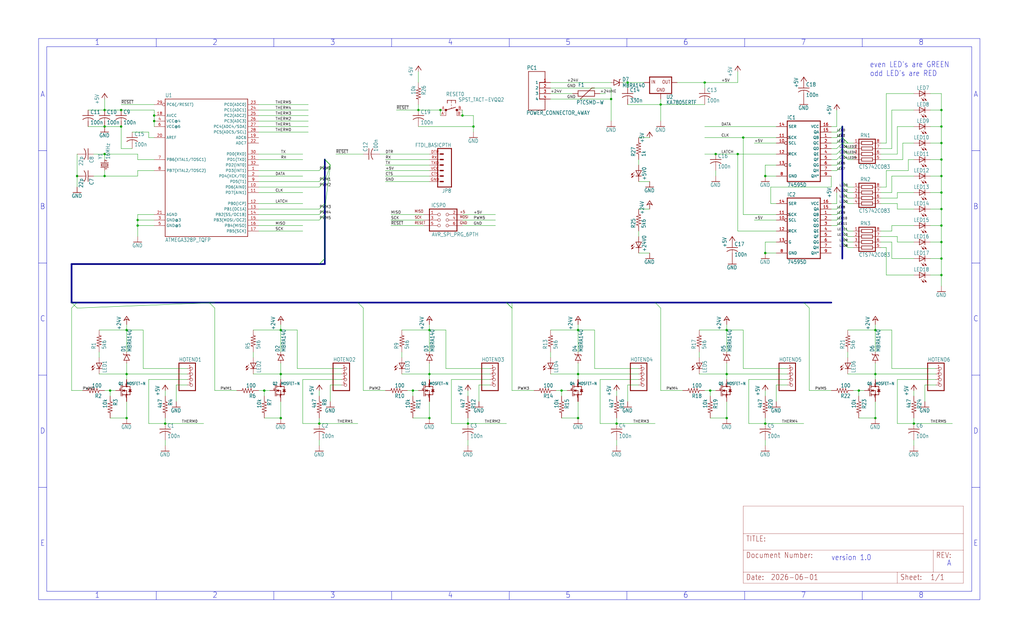
<source format=kicad_sch>
(kicad_sch (version 20230121) (generator eeschema)
  (paper "User" 472.44 297.332)
  (junction (at 325.12 38.1))
  (junction (at 198.12 193.04))
  (junction (at 129.54 172.72))
  (junction (at 190.5 180.34))
  (junction (at 434.34 127))
  (junction (at 434.34 58.42))
  (junction (at 330.2 71.12))
  (junction (at 215.9 195.58))
  (junction (at 327.66 180.34))
  (junction (at 289.56 38.1))
  (junction (at 434.34 81.28))
  (junction (at 266.7 172.72))
  (junction (at 266.7 193.04))
  (junction (at 35.56 81.28))
  (junction (at 213.36 53.34))
  (junction (at 340.36 71.12))
  (junction (at 203.2 50.8))
  (junction (at 434.34 88.9))
  (junction (at 50.8 180.34))
  (junction (at 284.48 195.58))
  (junction (at 147.32 195.58))
  (junction (at 403.86 172.72))
  (junction (at 218.44 58.42))
  (junction (at 353.06 81.28))
  (junction (at 434.34 73.66))
  (junction (at 304.8 48.26))
  (junction (at 63.5 101.6))
  (junction (at 129.54 193.04))
  (junction (at 403.86 193.04))
  (junction (at 353.06 195.58))
  (junction (at 266.7 152.4))
  (junction (at 58.42 193.04))
  (junction (at 434.34 104.14))
  (junction (at 396.24 180.34))
  (junction (at 403.86 152.4))
  (junction (at 48.26 81.28))
  (junction (at 76.2 195.58))
  (junction (at 259.08 180.34))
  (junction (at 281.94 45.72))
  (junction (at 335.28 193.04))
  (junction (at 421.64 195.58))
  (junction (at 198.12 152.4))
  (junction (at 434.34 96.52))
  (junction (at 434.34 111.76))
  (junction (at 55.88 58.42))
  (junction (at 63.5 104.14))
  (junction (at 434.34 66.04))
  (junction (at 353.06 116.84))
  (junction (at 55.88 50.8))
  (junction (at 71.12 53.34))
  (junction (at 335.28 152.4))
  (junction (at 129.54 152.4))
  (junction (at 71.12 55.88))
  (junction (at 58.42 152.4))
  (junction (at 193.04 50.8))
  (junction (at 434.34 50.8))
  (junction (at 48.26 58.42))
  (junction (at 335.28 172.72))
  (junction (at 48.26 71.12))
  (junction (at 342.9 63.5))
  (junction (at 48.26 50.8))
  (junction (at 198.12 172.72))
  (junction (at 58.42 172.72))
  (junction (at 121.92 180.34))
  (junction (at 434.34 119.38))
  (bus_entry (at 99.06 142.24) (size -2.54 -2.54))
  (bus_entry (at 391.16 68.58) (size -2.54 -2.54))
  (bus_entry (at 391.16 109.22) (size -2.54 -2.54))
  (bus_entry (at 386.08 73.66) (size 2.54 -2.54))
  (bus_entry (at 386.08 68.58) (size 2.54 -2.54))
  (bus_entry (at 35.56 142.24) (size -2.54 -2.54))
  (bus_entry (at 386.08 63.5) (size 2.54 -2.54))
  (bus_entry (at 149.86 119.38) (size -2.54 2.54))
  (bus_entry (at 386.08 96.52) (size 2.54 -2.54))
  (bus_entry (at 373.38 142.24) (size -2.54 -2.54))
  (bus_entry (at 147.32 83.82) (size 2.54 -2.54))
  (bus_entry (at 386.08 71.12) (size 2.54 -2.54))
  (bus_entry (at 391.16 91.44) (size -2.54 -2.54))
  (bus_entry (at 152.4 76.2) (size -2.54 -2.54))
  (bus_entry (at 386.08 78.74) (size 2.54 -2.54))
  (bus_entry (at 391.16 88.9) (size -2.54 -2.54))
  (bus_entry (at 391.16 106.68) (size -2.54 -2.54))
  (bus_entry (at 386.08 99.06) (size 2.54 -2.54))
  (bus_entry (at 152.4 76.2) (size -2.54 -2.54))
  (bus_entry (at 152.4 76.2) (size -2.54 -2.54))
  (bus_entry (at 386.08 76.2) (size 2.54 -2.54))
  (bus_entry (at 391.16 71.12) (size -2.54 -2.54))
  (bus_entry (at 147.32 86.36) (size 2.54 -2.54))
  (bus_entry (at 386.08 104.14) (size 2.54 -2.54))
  (bus_entry (at 391.16 66.04) (size -2.54 -2.54))
  (bus_entry (at 391.16 93.98) (size -2.54 -2.54))
  (bus_entry (at 391.16 86.36) (size -2.54 -2.54))
  (bus_entry (at 391.16 66.04) (size -2.54 -2.54))
  (bus_entry (at 147.32 78.74) (size 2.54 -2.54))
  (bus_entry (at 236.22 142.24) (size -2.54 -2.54))
  (bus_entry (at 386.08 60.96) (size 2.54 -2.54))
  (bus_entry (at 391.16 114.3) (size -2.54 -2.54))
  (bus_entry (at 167.64 142.24) (size -2.54 -2.54))
  (bus_entry (at 147.32 96.52) (size 2.54 -2.54))
  (bus_entry (at 304.8 142.24) (size -2.54 -2.54))
  (bus_entry (at 391.16 111.76) (size -2.54 -2.54))
  (bus_entry (at 149.86 119.38) (size -2.54 2.54))
  (bus_entry (at 33.02 142.24) (size 2.54 -2.54))
  (bus_entry (at 147.32 101.6) (size 2.54 -2.54))
  (bus_entry (at 236.22 142.24) (size -2.54 -2.54))
  (bus_entry (at 386.08 101.6) (size 2.54 -2.54))
  (bus_entry (at 391.16 73.66) (size -2.54 -2.54))
  (bus_entry (at 147.32 99.06) (size 2.54 -2.54))
  (bus_entry (at 386.08 66.04) (size 2.54 -2.54))
  (wire (pts (xy 63.5 101.6) (xy 63.5 104.14)) (stroke (width 0.1524)))
  (wire (pts (xy 208.28 195.58) (xy 215.9 195.58)) (stroke (width 0.1524)))
  (bus (pts (xy 33.02 139.7) (xy 35.56 139.7)) (stroke (width 0.762)))
  (wire (pts (xy 429.26 66.04) (xy 434.34 66.04)) (stroke (width 0.1524)))
  (wire (pts (xy 429.26 43.18) (xy 434.34 43.18)) (stroke (width 0.1524)))
  (wire (pts (xy 71.12 50.8) (xy 55.88 50.8)) (stroke (width 0.1524)))
  (wire (pts (xy 358.14 71.12) (xy 340.36 71.12)) (stroke (width 0.1524)))
  (wire (pts (xy 195.58 101.6) (xy 180.34 101.6)) (stroke (width 0.1524)))
  (bus (pts (xy 149.86 99.06) (xy 149.86 119.38)) (stroke (width 0.762)))
  (wire (pts (xy 203.2 53.34) (xy 203.2 50.8)) (stroke (width 0.1524)))
  (wire (pts (xy 429.26 119.38) (xy 434.34 119.38)) (stroke (width 0.1524)))
  (bus (pts (xy 149.86 76.2) (xy 149.86 81.28)) (stroke (width 0.762)))
  (wire (pts (xy 434.34 58.42) (xy 434.34 66.04)) (stroke (width 0.1524)))
  (wire (pts (xy 312.42 38.1) (xy 325.12 38.1)) (stroke (width 0.1524)))
  (bus (pts (xy 370.84 139.7) (xy 383.54 139.7)) (stroke (width 0.762)))
  (wire (pts (xy 76.2 195.58) (xy 76.2 193.04)) (stroke (width 0.1524)))
  (bus (pts (xy 149.86 81.28) (xy 149.86 83.82)) (stroke (width 0.762)))
  (bus (pts (xy 388.62 66.04) (xy 388.62 68.58)) (stroke (width 0.762)))
  (bus (pts (xy 147.32 121.92) (xy 33.02 121.92)) (stroke (width 0.762)))
  (wire (pts (xy 391.16 91.44) (xy 393.7 91.44)) (stroke (width 0.1524)))
  (wire (pts (xy 335.28 152.4) (xy 342.9 152.4)) (stroke (width 0.1524)))
  (wire (pts (xy 119.38 104.14) (xy 139.7 104.14)) (stroke (width 0.1524)))
  (wire (pts (xy 276.86 43.18) (xy 279.4 43.18)) (stroke (width 0.1524)))
  (wire (pts (xy 383.54 58.42) (xy 386.08 58.42)) (stroke (width 0.1524)))
  (wire (pts (xy 434.34 50.8) (xy 434.34 58.42)) (stroke (width 0.1524)))
  (wire (pts (xy 124.46 180.34) (xy 121.92 180.34)) (stroke (width 0.1524)))
  (wire (pts (xy 157.48 177.8) (xy 152.4 177.8)) (stroke (width 0.1524)))
  (wire (pts (xy 213.36 99.06) (xy 228.6 99.06)) (stroke (width 0.1524)))
  (wire (pts (xy 421.64 195.58) (xy 421.64 193.04)) (stroke (width 0.1524)))
  (wire (pts (xy 205.74 170.18) (xy 226.06 170.18)) (stroke (width 0.1524)))
  (wire (pts (xy 386.08 58.42) (xy 386.08 50.8)) (stroke (width 0.1524)))
  (wire (pts (xy 139.7 195.58) (xy 147.32 195.58)) (stroke (width 0.1524)))
  (wire (pts (xy 63.5 73.66) (xy 63.5 71.12)) (stroke (width 0.1524)))
  (wire (pts (xy 119.38 78.74) (xy 147.32 78.74)) (stroke (width 0.1524)))
  (bus (pts (xy 388.62 76.2) (xy 388.62 83.82)) (stroke (width 0.762)))
  (wire (pts (xy 391.16 106.68) (xy 393.7 106.68)) (stroke (width 0.1524)))
  (wire (pts (xy 119.38 99.06) (xy 147.32 99.06)) (stroke (width 0.1524)))
  (wire (pts (xy 284.48 195.58) (xy 284.48 193.04)) (stroke (width 0.1524)))
  (wire (pts (xy 358.14 58.42) (xy 325.12 58.42)) (stroke (width 0.1524)))
  (wire (pts (xy 58.42 172.72) (xy 58.42 167.64)) (stroke (width 0.1524)))
  (wire (pts (xy 76.2 182.88) (xy 76.2 180.34)) (stroke (width 0.1524)))
  (wire (pts (xy 193.04 50.8) (xy 203.2 50.8)) (stroke (width 0.1524)))
  (wire (pts (xy 335.28 162.56) (xy 335.28 152.4)) (stroke (width 0.1524)))
  (bus (pts (xy 388.62 63.5) (xy 388.62 66.04)) (stroke (width 0.762)))
  (bus (pts (xy 388.62 106.68) (xy 388.62 109.22)) (stroke (width 0.762)))
  (wire (pts (xy 208.28 175.26) (xy 208.28 195.58)) (stroke (width 0.1524)))
  (wire (pts (xy 76.2 205.74) (xy 76.2 203.2)) (stroke (width 0.1524)))
  (wire (pts (xy 68.58 60.96) (xy 60.96 60.96)) (stroke (width 0.1524)))
  (bus (pts (xy 388.62 73.66) (xy 388.62 76.2)) (stroke (width 0.762)))
  (wire (pts (xy 58.42 152.4) (xy 58.42 149.86)) (stroke (width 0.1524)))
  (wire (pts (xy 71.12 99.06) (xy 63.5 99.06)) (stroke (width 0.1524)))
  (wire (pts (xy 129.54 172.72) (xy 157.48 172.72)) (stroke (width 0.1524)))
  (wire (pts (xy 330.2 71.12) (xy 325.12 71.12)) (stroke (width 0.1524)))
  (wire (pts (xy 429.26 111.76) (xy 434.34 111.76)) (stroke (width 0.1524)))
  (wire (pts (xy 304.8 48.26) (xy 289.56 48.26)) (stroke (width 0.1524)))
  (wire (pts (xy 330.2 180.34) (xy 327.66 180.34)) (stroke (width 0.1524)))
  (wire (pts (xy 71.12 78.74) (xy 63.5 78.74)) (stroke (width 0.1524)))
  (wire (pts (xy 429.26 58.42) (xy 434.34 58.42)) (stroke (width 0.1524)))
  (bus (pts (xy 388.62 86.36) (xy 388.62 88.9)) (stroke (width 0.762)))
  (wire (pts (xy 342.9 63.5) (xy 325.12 63.5)) (stroke (width 0.1524)))
  (wire (pts (xy 327.66 193.04) (xy 335.28 193.04)) (stroke (width 0.1524)))
  (bus (pts (xy 388.62 104.14) (xy 388.62 106.68)) (stroke (width 0.762)))
  (wire (pts (xy 411.48 106.68) (xy 406.4 106.68)) (stroke (width 0.1524)))
  (wire (pts (xy 391.16 71.12) (xy 393.7 71.12)) (stroke (width 0.1524)))
  (wire (pts (xy 386.08 76.2) (xy 383.54 76.2)) (stroke (width 0.1524)))
  (wire (pts (xy 406.4 109.22) (xy 414.02 109.22)) (stroke (width 0.1524)))
  (wire (pts (xy 414.02 93.98) (xy 414.02 96.52)) (stroke (width 0.1524)))
  (wire (pts (xy 429.26 81.28) (xy 434.34 81.28)) (stroke (width 0.1524)))
  (wire (pts (xy 386.08 60.96) (xy 383.54 60.96)) (stroke (width 0.1524)))
  (wire (pts (xy 129.54 172.72) (xy 129.54 167.64)) (stroke (width 0.1524)))
  (wire (pts (xy 358.14 81.28) (xy 353.06 81.28)) (stroke (width 0.1524)))
  (wire (pts (xy 403.86 152.4) (xy 403.86 149.86)) (stroke (width 0.1524)))
  (wire (pts (xy 383.54 81.28) (xy 383.54 86.36)) (stroke (width 0.1524)))
  (wire (pts (xy 434.34 43.18) (xy 434.34 50.8)) (stroke (width 0.1524)))
  (bus (pts (xy 388.62 60.96) (xy 388.62 63.5)) (stroke (width 0.762)))
  (wire (pts (xy 195.58 104.14) (xy 180.34 104.14)) (stroke (width 0.1524)))
  (wire (pts (xy 119.38 96.52) (xy 147.32 96.52)) (stroke (width 0.1524)))
  (wire (pts (xy 71.12 58.42) (xy 71.12 55.88)) (stroke (width 0.1524)))
  (wire (pts (xy 254 40.64) (xy 281.94 40.64)) (stroke (width 0.1524)))
  (wire (pts (xy 119.38 81.28) (xy 139.7 81.28)) (stroke (width 0.1524)))
  (wire (pts (xy 198.12 152.4) (xy 205.74 152.4)) (stroke (width 0.1524)))
  (wire (pts (xy 281.94 45.72) (xy 281.94 55.88)) (stroke (width 0.1524)))
  (wire (pts (xy 40.64 58.42) (xy 48.26 58.42)) (stroke (width 0.1524)))
  (wire (pts (xy 358.14 111.76) (xy 353.06 111.76)) (stroke (width 0.1524)))
  (wire (pts (xy 198.12 81.28) (xy 177.8 81.28)) (stroke (width 0.1524)))
  (wire (pts (xy 58.42 172.72) (xy 86.36 172.72)) (stroke (width 0.1524)))
  (wire (pts (xy 330.2 81.28) (xy 330.2 78.74)) (stroke (width 0.1524)))
  (wire (pts (xy 198.12 152.4) (xy 198.12 149.86)) (stroke (width 0.1524)))
  (wire (pts (xy 58.42 185.42) (xy 58.42 193.04)) (stroke (width 0.1524)))
  (wire (pts (xy 327.66 182.88) (xy 327.66 180.34)) (stroke (width 0.1524)))
  (wire (pts (xy 396.24 180.34) (xy 393.7 180.34)) (stroke (width 0.1524)))
  (wire (pts (xy 386.08 99.06) (xy 383.54 99.06)) (stroke (width 0.1524)))
  (wire (pts (xy 198.12 185.42) (xy 198.12 193.04)) (stroke (width 0.1524)))
  (wire (pts (xy 152.4 177.8) (xy 152.4 185.42)) (stroke (width 0.1524)))
  (wire (pts (xy 294.64 177.8) (xy 289.56 177.8)) (stroke (width 0.1524)))
  (wire (pts (xy 386.08 66.04) (xy 383.54 66.04)) (stroke (width 0.1524)))
  (wire (pts (xy 386.08 93.98) (xy 383.54 93.98)) (stroke (width 0.1524)))
  (wire (pts (xy 220.98 177.8) (xy 220.98 185.42)) (stroke (width 0.1524)))
  (wire (pts (xy 48.26 78.74) (xy 48.26 81.28)) (stroke (width 0.1524)))
  (wire (pts (xy 50.8 193.04) (xy 58.42 193.04)) (stroke (width 0.1524)))
  (bus (pts (xy 388.62 83.82) (xy 388.62 86.36)) (stroke (width 0.762)))
  (wire (pts (xy 386.08 96.52) (xy 383.54 96.52)) (stroke (width 0.1524)))
  (bus (pts (xy 388.62 96.52) (xy 388.62 99.06)) (stroke (width 0.762)))
  (bus (pts (xy 388.62 71.12) (xy 388.62 73.66)) (stroke (width 0.762)))
  (wire (pts (xy 421.64 182.88) (xy 421.64 180.34)) (stroke (width 0.1524)))
  (wire (pts (xy 193.04 180.34) (xy 190.5 180.34)) (stroke (width 0.1524)))
  (wire (pts (xy 198.12 71.12) (xy 175.26 71.12)) (stroke (width 0.1524)))
  (wire (pts (xy 259.08 180.34) (xy 256.54 180.34)) (stroke (width 0.1524)))
  (wire (pts (xy 266.7 152.4) (xy 274.32 152.4)) (stroke (width 0.1524)))
  (wire (pts (xy 294.64 175.26) (xy 276.86 175.26)) (stroke (width 0.1524)))
  (wire (pts (xy 71.12 73.66) (xy 63.5 73.66)) (stroke (width 0.1524)))
  (wire (pts (xy 254 162.56) (xy 254 165.1)) (stroke (width 0.1524)))
  (wire (pts (xy 198.12 172.72) (xy 198.12 167.64)) (stroke (width 0.1524)))
  (wire (pts (xy 408.94 78.74) (xy 408.94 86.36)) (stroke (width 0.1524)))
  (wire (pts (xy 322.58 152.4) (xy 335.28 152.4)) (stroke (width 0.1524)))
  (wire (pts (xy 391.16 66.04) (xy 388.62 66.04)) (stroke (width 0.1524)))
  (wire (pts (xy 129.54 152.4) (xy 137.16 152.4)) (stroke (width 0.1524)))
  (wire (pts (xy 71.12 48.26) (xy 55.88 48.26)) (stroke (width 0.1524)))
  (wire (pts (xy 81.28 177.8) (xy 81.28 185.42)) (stroke (width 0.1524)))
  (wire (pts (xy 294.64 73.66) (xy 294.64 76.2)) (stroke (width 0.1524)))
  (wire (pts (xy 119.38 48.26) (xy 142.24 48.26)) (stroke (width 0.1524)))
  (wire (pts (xy 259.08 193.04) (xy 266.7 193.04)) (stroke (width 0.1524)))
  (wire (pts (xy 403.86 175.26) (xy 403.86 172.72)) (stroke (width 0.1524)))
  (wire (pts (xy 68.58 63.5) (xy 68.58 60.96)) (stroke (width 0.1524)))
  (wire (pts (xy 408.94 43.18) (xy 421.64 43.18)) (stroke (width 0.1524)))
  (wire (pts (xy 99.06 142.24) (xy 99.06 180.34)) (stroke (width 0.1524)))
  (wire (pts (xy 408.94 86.36) (xy 406.4 86.36)) (stroke (width 0.1524)))
  (wire (pts (xy 71.12 55.88) (xy 71.12 53.34)) (stroke (width 0.1524)))
  (wire (pts (xy 358.14 101.6) (xy 347.98 101.6)) (stroke (width 0.1524)))
  (wire (pts (xy 406.4 114.3) (xy 408.94 114.3)) (stroke (width 0.1524)))
  (wire (pts (xy 119.38 106.68) (xy 139.7 106.68)) (stroke (width 0.1524)))
  (wire (pts (xy 414.02 111.76) (xy 421.64 111.76)) (stroke (width 0.1524)))
  (bus (pts (xy 35.56 139.7) (xy 96.52 139.7)) (stroke (width 0.762)))
  (wire (pts (xy 71.12 53.34) (xy 71.12 50.8)) (stroke (width 0.1524)))
  (wire (pts (xy 215.9 195.58) (xy 215.9 193.04)) (stroke (width 0.1524)))
  (wire (pts (xy 335.28 172.72) (xy 335.28 167.64)) (stroke (width 0.1524)))
  (bus (pts (xy 388.62 111.76) (xy 388.62 119.38)) (stroke (width 0.762)))
  (wire (pts (xy 274.32 170.18) (xy 294.64 170.18)) (stroke (width 0.1524)))
  (wire (pts (xy 149.86 99.06) (xy 149.86 119.38)) (stroke (width 0.1524)))
  (wire (pts (xy 391.16 68.58) (xy 393.7 68.58)) (stroke (width 0.1524)))
  (wire (pts (xy 185.42 172.72) (xy 198.12 172.72)) (stroke (width 0.1524)))
  (wire (pts (xy 353.06 76.2) (xy 353.06 81.28)) (stroke (width 0.1524)))
  (wire (pts (xy 76.2 195.58) (xy 93.98 195.58)) (stroke (width 0.1524)))
  (wire (pts (xy 190.5 180.34) (xy 187.96 180.34)) (stroke (width 0.1524)))
  (wire (pts (xy 299.72 96.52) (xy 294.64 96.52)) (stroke (width 0.1524)))
  (wire (pts (xy 193.04 38.1) (xy 193.04 33.02)) (stroke (width 0.1524)))
  (bus (pts (xy 388.62 58.42) (xy 388.62 60.96)) (stroke (width 0.762)))
  (wire (pts (xy 398.78 180.34) (xy 396.24 180.34)) (stroke (width 0.1524)))
  (wire (pts (xy 406.4 111.76) (xy 411.48 111.76)) (stroke (width 0.1524)))
  (wire (pts (xy 411.48 88.9) (xy 411.48 81.28)) (stroke (width 0.1524)))
  (bus (pts (xy 388.62 93.98) (xy 388.62 96.52)) (stroke (width 0.762)))
  (wire (pts (xy 434.34 111.76) (xy 434.34 119.38)) (stroke (width 0.1524)))
  (wire (pts (xy 193.04 58.42) (xy 218.44 58.42)) (stroke (width 0.1524)))
  (bus (pts (xy 33.02 121.92) (xy 33.02 139.7)) (stroke (width 0.762)))
  (wire (pts (xy 299.72 116.84) (xy 294.64 116.84)) (stroke (width 0.1524)))
  (wire (pts (xy 50.8 182.88) (xy 50.8 180.34)) (stroke (width 0.1524)))
  (wire (pts (xy 48.26 81.28) (xy 43.18 81.28)) (stroke (width 0.1524)))
  (wire (pts (xy 386.08 104.14) (xy 383.54 104.14)) (stroke (width 0.1524)))
  (bus (pts (xy 149.86 121.92) (xy 147.32 121.92)) (stroke (width 0.762)))
  (wire (pts (xy 434.34 73.66) (xy 434.34 81.28)) (stroke (width 0.1524)))
  (wire (pts (xy 198.12 83.82) (xy 177.8 83.82)) (stroke (width 0.1524)))
  (wire (pts (xy 391.16 111.76) (xy 393.7 111.76)) (stroke (width 0.1524)))
  (wire (pts (xy 190.5 182.88) (xy 190.5 180.34)) (stroke (width 0.1524)))
  (wire (pts (xy 414.02 175.26) (xy 414.02 195.58)) (stroke (width 0.1524)))
  (wire (pts (xy 429.26 127) (xy 434.34 127)) (stroke (width 0.1524)))
  (bus (pts (xy 388.62 101.6) (xy 388.62 104.14)) (stroke (width 0.762)))
  (wire (pts (xy 414.02 58.42) (xy 414.02 71.12)) (stroke (width 0.1524)))
  (wire (pts (xy 63.5 99.06) (xy 63.5 101.6)) (stroke (width 0.1524)))
  (wire (pts (xy 218.44 58.42) (xy 218.44 60.96)) (stroke (width 0.1524)))
  (wire (pts (xy 137.16 170.18) (xy 157.48 170.18)) (stroke (width 0.1524)))
  (wire (pts (xy 226.06 175.26) (xy 208.28 175.26)) (stroke (width 0.1524)))
  (wire (pts (xy 119.38 86.36) (xy 147.32 86.36)) (stroke (width 0.1524)))
  (wire (pts (xy 198.12 175.26) (xy 198.12 172.72)) (stroke (width 0.1524)))
  (wire (pts (xy 429.26 88.9) (xy 434.34 88.9)) (stroke (width 0.1524)))
  (wire (pts (xy 355.6 93.98) (xy 358.14 93.98)) (stroke (width 0.1524)))
  (wire (pts (xy 353.06 195.58) (xy 353.06 193.04)) (stroke (width 0.1524)))
  (wire (pts (xy 119.38 101.6) (xy 147.32 101.6)) (stroke (width 0.1524)))
  (wire (pts (xy 419.1 73.66) (xy 419.1 78.74)) (stroke (width 0.1524)))
  (wire (pts (xy 55.88 68.58) (xy 55.88 58.42)) (stroke (width 0.1524)))
  (wire (pts (xy 33.02 142.24) (xy 33.02 180.34)) (stroke (width 0.1524)))
  (wire (pts (xy 121.92 182.88) (xy 121.92 180.34)) (stroke (width 0.1524)))
  (wire (pts (xy 358.14 66.04) (xy 347.98 66.04)) (stroke (width 0.1524)))
  (bus (pts (xy 96.52 139.7) (xy 165.1 139.7)) (stroke (width 0.762)))
  (wire (pts (xy 322.58 172.72) (xy 335.28 172.72)) (stroke (width 0.1524)))
  (bus (pts (xy 149.86 119.38) (xy 149.86 121.92)) (stroke (width 0.762)))
  (wire (pts (xy 396.24 182.88) (xy 396.24 180.34)) (stroke (width 0.1524)))
  (wire (pts (xy 198.12 162.56) (xy 198.12 152.4)) (stroke (width 0.1524)))
  (wire (pts (xy 299.72 83.82) (xy 294.64 83.82)) (stroke (width 0.1524)))
  (wire (pts (xy 304.8 142.24) (xy 304.8 180.34)) (stroke (width 0.1524)))
  (wire (pts (xy 434.34 119.38) (xy 434.34 127)) (stroke (width 0.1524)))
  (wire (pts (xy 63.5 71.12) (xy 48.26 71.12)) (stroke (width 0.1524)))
  (wire (pts (xy 358.14 116.84) (xy 353.06 116.84)) (stroke (width 0.1524)))
  (wire (pts (xy 327.66 180.34) (xy 325.12 180.34)) (stroke (width 0.1524)))
  (wire (pts (xy 340.36 71.12) (xy 340.36 106.68)) (stroke (width 0.1524)))
  (wire (pts (xy 314.96 180.34) (xy 304.8 180.34)) (stroke (width 0.1524)))
  (wire (pts (xy 304.8 45.72) (xy 304.8 48.26)) (stroke (width 0.1524)))
  (wire (pts (xy 129.54 152.4) (xy 129.54 149.86)) (stroke (width 0.1524)))
  (wire (pts (xy 55.88 50.8) (xy 48.26 50.8)) (stroke (width 0.1524)))
  (wire (pts (xy 116.84 172.72) (xy 129.54 172.72)) (stroke (width 0.1524)))
  (wire (pts (xy 391.16 152.4) (xy 403.86 152.4)) (stroke (width 0.1524)))
  (wire (pts (xy 48.26 45.72) (xy 48.26 50.8)) (stroke (width 0.1524)))
  (wire (pts (xy 325.12 38.1) (xy 340.36 38.1)) (stroke (width 0.1524)))
  (wire (pts (xy 391.16 114.3) (xy 393.7 114.3)) (stroke (width 0.1524)))
  (wire (pts (xy 391.16 93.98) (xy 393.7 93.98)) (stroke (width 0.1524)))
  (wire (pts (xy 58.42 175.26) (xy 58.42 172.72)) (stroke (width 0.1524)))
  (wire (pts (xy 190.5 193.04) (xy 198.12 193.04)) (stroke (width 0.1524)))
  (wire (pts (xy 340.36 71.12) (xy 330.2 71.12)) (stroke (width 0.1524)))
  (wire (pts (xy 386.08 101.6) (xy 383.54 101.6)) (stroke (width 0.1524)))
  (wire (pts (xy 299.72 63.5) (xy 294.64 63.5)) (stroke (width 0.1524)))
  (wire (pts (xy 266.7 172.72) (xy 294.64 172.72)) (stroke (width 0.1524)))
  (wire (pts (xy 414.02 91.44) (xy 406.4 91.44)) (stroke (width 0.1524)))
  (wire (pts (xy 340.36 38.1) (xy 340.36 33.02)) (stroke (width 0.1524)))
  (wire (pts (xy 213.36 53.34) (xy 218.44 53.34)) (stroke (width 0.1524)))
  (wire (pts (xy 304.8 48.26) (xy 304.8 55.88)) (stroke (width 0.1524)))
  (wire (pts (xy 129.54 162.56) (xy 129.54 152.4)) (stroke (width 0.1524)))
  (wire (pts (xy 335.28 152.4) (xy 335.28 149.86)) (stroke (width 0.1524)))
  (wire (pts (xy 236.22 142.24) (xy 236.22 180.34)) (stroke (width 0.1524)))
  (wire (pts (xy 358.14 63.5) (xy 342.9 63.5)) (stroke (width 0.1524)))
  (wire (pts (xy 48.26 71.12) (xy 48.26 73.66)) (stroke (width 0.1524)))
  (wire (pts (xy 35.56 81.28) (xy 35.56 86.36)) (stroke (width 0.1524)))
  (wire (pts (xy 419.1 78.74) (xy 408.94 78.74)) (stroke (width 0.1524)))
  (wire (pts (xy 185.42 162.56) (xy 185.42 165.1)) (stroke (width 0.1524)))
  (wire (pts (xy 215.9 182.88) (xy 215.9 180.34)) (stroke (width 0.1524)))
  (wire (pts (xy 139.7 175.26) (xy 139.7 195.58)) (stroke (width 0.1524)))
  (wire (pts (xy 411.48 104.14) (xy 411.48 106.68)) (stroke (width 0.1524)))
  (wire (pts (xy 421.64 73.66) (xy 419.1 73.66)) (stroke (width 0.1524)))
  (wire (pts (xy 358.14 76.2) (xy 353.06 76.2)) (stroke (width 0.1524)))
  (wire (pts (xy 383.54 86.36) (xy 355.6 86.36)) (stroke (width 0.1524)))
  (wire (pts (xy 342.9 63.5) (xy 342.9 99.06)) (stroke (width 0.1524)))
  (wire (pts (xy 353.06 111.76) (xy 353.06 116.84)) (stroke (width 0.1524)))
  (wire (pts (xy 373.38 142.24) (xy 373.38 180.34)) (stroke (width 0.1524)))
  (wire (pts (xy 119.38 73.66) (xy 139.7 73.66)) (stroke (width 0.1524)))
  (wire (pts (xy 109.22 180.34) (xy 99.06 180.34)) (stroke (width 0.1524)))
  (wire (pts (xy 396.24 193.04) (xy 403.86 193.04)) (stroke (width 0.1524)))
  (wire (pts (xy 129.54 185.42) (xy 129.54 193.04)) (stroke (width 0.1524)))
  (wire (pts (xy 254 172.72) (xy 266.7 172.72)) (stroke (width 0.1524)))
  (wire (pts (xy 325.12 38.1) (xy 325.12 40.64)) (stroke (width 0.1524)))
  (wire (pts (xy 411.48 170.18) (xy 431.8 170.18)) (stroke (width 0.1524)))
  (wire (pts (xy 119.38 50.8) (xy 142.24 50.8)) (stroke (width 0.1524)))
  (wire (pts (xy 406.4 66.04) (xy 408.94 66.04)) (stroke (width 0.1524)))
  (wire (pts (xy 218.44 53.34) (xy 218.44 58.42)) (stroke (width 0.1524)))
  (wire (pts (xy 289.56 40.64) (xy 289.56 38.1)) (stroke (width 0.1524)))
  (wire (pts (xy 434.34 88.9) (xy 434.34 96.52)) (stroke (width 0.1524)))
  (bus (pts (xy 149.86 96.52) (xy 149.86 99.06)) (stroke (width 0.762)))
  (wire (pts (xy 119.38 83.82) (xy 147.32 83.82)) (stroke (width 0.1524)))
  (wire (pts (xy 236.22 142.24) (xy 236.22 139.7)) (stroke (width 0.1524)))
  (wire (pts (xy 152.4 76.2) (xy 149.86 83.82)) (stroke (width 0.1524)))
  (wire (pts (xy 50.8 180.34) (xy 48.26 180.34)) (stroke (width 0.1524)))
  (wire (pts (xy 45.72 152.4) (xy 58.42 152.4)) (stroke (width 0.1524)))
  (wire (pts (xy 335.28 172.72) (xy 363.22 172.72)) (stroke (width 0.1524)))
  (wire (pts (xy 119.38 53.34) (xy 142.24 53.34)) (stroke (width 0.1524)))
  (wire (pts (xy 386.08 68.58) (xy 383.54 68.58)) (stroke (width 0.1524)))
  (wire (pts (xy 266.7 172.72) (xy 266.7 167.64)) (stroke (width 0.1524)))
  (bus (pts (xy 233.68 139.7) (xy 302.26 139.7)) (stroke (width 0.762)))
  (wire (pts (xy 287.02 38.1) (xy 289.56 38.1)) (stroke (width 0.1524)))
  (wire (pts (xy 434.34 81.28) (xy 434.34 88.9)) (stroke (width 0.1524)))
  (wire (pts (xy 289.56 38.1) (xy 297.18 38.1)) (stroke (width 0.1524)))
  (wire (pts (xy 325.12 48.26) (xy 304.8 48.26)) (stroke (width 0.1524)))
  (wire (pts (xy 121.92 193.04) (xy 129.54 193.04)) (stroke (width 0.1524)))
  (wire (pts (xy 342.9 152.4) (xy 342.9 170.18)) (stroke (width 0.1524)))
  (wire (pts (xy 215.9 205.74) (xy 215.9 203.2)) (stroke (width 0.1524)))
  (wire (pts (xy 48.26 50.8) (xy 40.64 50.8)) (stroke (width 0.1524)))
  (wire (pts (xy 421.64 104.14) (xy 411.48 104.14)) (stroke (width 0.1524)))
  (wire (pts (xy 68.58 195.58) (xy 76.2 195.58)) (stroke (width 0.1524)))
  (wire (pts (xy 195.58 99.06) (xy 180.34 99.06)) (stroke (width 0.1524)))
  (wire (pts (xy 284.48 195.58) (xy 302.26 195.58)) (stroke (width 0.1524)))
  (wire (pts (xy 411.48 50.8) (xy 421.64 50.8)) (stroke (width 0.1524)))
  (wire (pts (xy 45.72 172.72) (xy 58.42 172.72)) (stroke (width 0.1524)))
  (wire (pts (xy 254 38.1) (xy 281.94 38.1)) (stroke (width 0.1524)))
  (wire (pts (xy 342.9 99.06) (xy 358.14 99.06)) (stroke (width 0.1524)))
  (wire (pts (xy 284.48 205.74) (xy 284.48 203.2)) (stroke (width 0.1524)))
  (wire (pts (xy 246.38 180.34) (xy 236.22 180.34)) (stroke (width 0.1524)))
  (wire (pts (xy 429.26 50.8) (xy 434.34 50.8)) (stroke (width 0.1524)))
  (wire (pts (xy 411.48 119.38) (xy 421.64 119.38)) (stroke (width 0.1524)))
  (wire (pts (xy 421.64 195.58) (xy 439.42 195.58)) (stroke (width 0.1524)))
  (wire (pts (xy 266.7 152.4) (xy 266.7 149.86)) (stroke (width 0.1524)))
  (wire (pts (xy 414.02 109.22) (xy 414.02 111.76)) (stroke (width 0.1524)))
  (bus (pts (xy 388.62 99.06) (xy 388.62 101.6)) (stroke (width 0.762)))
  (wire (pts (xy 276.86 175.26) (xy 276.86 195.58)) (stroke (width 0.1524)))
  (wire (pts (xy 411.48 152.4) (xy 411.48 170.18)) (stroke (width 0.1524)))
  (wire (pts (xy 294.64 106.68) (xy 294.64 109.22)) (stroke (width 0.1524)))
  (wire (pts (xy 48.26 71.12) (xy 43.18 71.12)) (stroke (width 0.1524)))
  (wire (pts (xy 266.7 185.42) (xy 266.7 193.04)) (stroke (width 0.1524)))
  (wire (pts (xy 215.9 195.58) (xy 233.68 195.58)) (stroke (width 0.1524)))
  (wire (pts (xy 66.04 152.4) (xy 66.04 170.18)) (stroke (width 0.1524)))
  (wire (pts (xy 254 45.72) (xy 281.94 45.72)) (stroke (width 0.1524)))
  (wire (pts (xy 193.04 50.8) (xy 182.88 50.8)) (stroke (width 0.1524)))
  (wire (pts (xy 386.08 71.12) (xy 383.54 71.12)) (stroke (width 0.1524)))
  (wire (pts (xy 421.64 88.9) (xy 414.02 88.9)) (stroke (width 0.1524)))
  (wire (pts (xy 403.86 185.42) (xy 403.86 193.04)) (stroke (width 0.1524)))
  (wire (pts (xy 414.02 88.9) (xy 414.02 91.44)) (stroke (width 0.1524)))
  (wire (pts (xy 274.32 152.4) (xy 274.32 170.18)) (stroke (width 0.1524)))
  (wire (pts (xy 152.4 76.2) (xy 149.86 96.52)) (stroke (width 0.1524)))
  (wire (pts (xy 53.34 180.34) (xy 50.8 180.34)) (stroke (width 0.1524)))
  (wire (pts (xy 213.36 104.14) (xy 228.6 104.14)) (stroke (width 0.1524)))
  (wire (pts (xy 58.42 162.56) (xy 58.42 152.4)) (stroke (width 0.1524)))
  (wire (pts (xy 434.34 104.14) (xy 434.34 111.76)) (stroke (width 0.1524)))
  (wire (pts (xy 429.26 73.66) (xy 434.34 73.66)) (stroke (width 0.1524)))
  (bus (pts (xy 388.62 88.9) (xy 388.62 91.44)) (stroke (width 0.762)))
  (wire (pts (xy 185.42 152.4) (xy 198.12 152.4)) (stroke (width 0.1524)))
  (wire (pts (xy 86.36 175.26) (xy 68.58 175.26)) (stroke (width 0.1524)))
  (wire (pts (xy 342.9 170.18) (xy 363.22 170.18)) (stroke (width 0.1524)))
  (wire (pts (xy 416.56 66.04) (xy 421.64 66.04)) (stroke (width 0.1524)))
  (wire (pts (xy 167.64 71.12) (xy 154.94 71.12)) (stroke (width 0.1524)))
  (wire (pts (xy 421.64 58.42) (xy 414.02 58.42)) (stroke (width 0.1524)))
  (wire (pts (xy 254 43.18) (xy 264.16 43.18)) (stroke (width 0.1524)))
  (wire (pts (xy 213.36 101.6) (xy 228.6 101.6)) (stroke (width 0.1524)))
  (wire (pts (xy 391.16 109.22) (xy 393.7 109.22)) (stroke (width 0.1524)))
  (wire (pts (xy 68.58 175.26) (xy 68.58 195.58)) (stroke (width 0.1524)))
  (wire (pts (xy 340.36 106.68) (xy 358.14 106.68)) (stroke (width 0.1524)))
  (wire (pts (xy 259.08 182.88) (xy 259.08 180.34)) (stroke (width 0.1524)))
  (wire (pts (xy 198.12 76.2) (xy 177.8 76.2)) (stroke (width 0.1524)))
  (wire (pts (xy 386.08 78.74) (xy 383.54 78.74)) (stroke (width 0.1524)))
  (wire (pts (xy 411.48 68.58) (xy 411.48 50.8)) (stroke (width 0.1524)))
  (wire (pts (xy 66.04 170.18) (xy 86.36 170.18)) (stroke (width 0.1524)))
  (wire (pts (xy 119.38 60.96) (xy 142.24 60.96)) (stroke (width 0.1524)))
  (wire (pts (xy 426.72 177.8) (xy 426.72 185.42)) (stroke (width 0.1524)))
  (wire (pts (xy 152.4 76.2) (xy 149.86 78.74)) (stroke (width 0.1524)))
  (wire (pts (xy 386.08 63.5) (xy 383.54 63.5)) (stroke (width 0.1524)))
  (wire (pts (xy 322.58 162.56) (xy 322.58 165.1)) (stroke (width 0.1524)))
  (wire (pts (xy 403.86 162.56) (xy 403.86 152.4)) (stroke (width 0.1524)))
  (wire (pts (xy 119.38 58.42) (xy 142.24 58.42)) (stroke (width 0.1524)))
  (wire (pts (xy 58.42 152.4) (xy 66.04 152.4)) (stroke (width 0.1524)))
  (wire (pts (xy 391.16 66.04) (xy 393.7 66.04)) (stroke (width 0.1524)))
  (wire (pts (xy 71.12 63.5) (xy 68.58 63.5)) (stroke (width 0.1524)))
  (wire (pts (xy 261.62 180.34) (xy 259.08 180.34)) (stroke (width 0.1524)))
  (wire (pts (xy 403.86 172.72) (xy 403.86 167.64)) (stroke (width 0.1524)))
  (wire (pts (xy 345.44 195.58) (xy 353.06 195.58)) (stroke (width 0.1524)))
  (wire (pts (xy 276.86 195.58) (xy 284.48 195.58)) (stroke (width 0.1524)))
  (wire (pts (xy 335.28 185.42) (xy 335.28 193.04)) (stroke (width 0.1524)))
  (wire (pts (xy 157.48 175.26) (xy 139.7 175.26)) (stroke (width 0.1524)))
  (wire (pts (xy 147.32 195.58) (xy 147.32 193.04)) (stroke (width 0.1524)))
  (wire (pts (xy 411.48 111.76) (xy 411.48 119.38)) (stroke (width 0.1524)))
  (bus (pts (xy 149.86 93.98) (xy 149.86 96.52)) (stroke (width 0.762)))
  (wire (pts (xy 35.56 71.12) (xy 35.56 81.28)) (stroke (width 0.1524)))
  (wire (pts (xy 355.6 86.36) (xy 355.6 93.98)) (stroke (width 0.1524)))
  (wire (pts (xy 414.02 195.58) (xy 421.64 195.58)) (stroke (width 0.1524)))
  (wire (pts (xy 429.26 104.14) (xy 434.34 104.14)) (stroke (width 0.1524)))
  (wire (pts (xy 121.92 180.34) (xy 119.38 180.34)) (stroke (width 0.1524)))
  (bus (pts (xy 149.86 73.66) (xy 149.86 76.2)) (stroke (width 0.762)))
  (wire (pts (xy 289.56 177.8) (xy 289.56 185.42)) (stroke (width 0.1524)))
  (wire (pts (xy 266.7 162.56) (xy 266.7 152.4)) (stroke (width 0.1524)))
  (wire (pts (xy 434.34 127) (xy 434.34 132.08)) (stroke (width 0.1524)))
  (wire (pts (xy 414.02 71.12) (xy 406.4 71.12)) (stroke (width 0.1524)))
  (bus (pts (xy 165.1 139.7) (xy 233.68 139.7)) (stroke (width 0.762)))
  (wire (pts (xy 406.4 68.58) (xy 411.48 68.58)) (stroke (width 0.1524)))
  (wire (pts (xy 363.22 175.26) (xy 345.44 175.26)) (stroke (width 0.1524)))
  (wire (pts (xy 167.64 142.24) (xy 167.64 180.34)) (stroke (width 0.1524)))
  (wire (pts (xy 119.38 55.88) (xy 142.24 55.88)) (stroke (width 0.1524)))
  (wire (pts (xy 71.12 104.14) (xy 63.5 104.14)) (stroke (width 0.1524)))
  (wire (pts (xy 383.54 180.34) (xy 373.38 180.34)) (stroke (width 0.1524)))
  (wire (pts (xy 403.86 172.72) (xy 431.8 172.72)) (stroke (width 0.1524)))
  (wire (pts (xy 281.94 40.64) (xy 281.94 45.72)) (stroke (width 0.1524)))
  (wire (pts (xy 119.38 88.9) (xy 139.7 88.9)) (stroke (width 0.1524)))
  (wire (pts (xy 408.94 127) (xy 421.64 127)) (stroke (width 0.1524)))
  (wire (pts (xy 408.94 114.3) (xy 408.94 127)) (stroke (width 0.1524)))
  (wire (pts (xy 431.8 177.8) (xy 426.72 177.8)) (stroke (width 0.1524)))
  (wire (pts (xy 116.84 152.4) (xy 129.54 152.4)) (stroke (width 0.1524)))
  (wire (pts (xy 353.06 182.88) (xy 353.06 180.34)) (stroke (width 0.1524)))
  (wire (pts (xy 226.06 177.8) (xy 220.98 177.8)) (stroke (width 0.1524)))
  (wire (pts (xy 429.26 96.52) (xy 434.34 96.52)) (stroke (width 0.1524)))
  (wire (pts (xy 414.02 96.52) (xy 421.64 96.52)) (stroke (width 0.1524)))
  (wire (pts (xy 411.48 81.28) (xy 421.64 81.28)) (stroke (width 0.1524)))
  (wire (pts (xy 116.84 162.56) (xy 116.84 165.1)) (stroke (width 0.1524)))
  (wire (pts (xy 406.4 93.98) (xy 414.02 93.98)) (stroke (width 0.1524)))
  (wire (pts (xy 345.44 175.26) (xy 345.44 195.58)) (stroke (width 0.1524)))
  (wire (pts (xy 48.26 81.28) (xy 63.5 81.28)) (stroke (width 0.1524)))
  (wire (pts (xy 147.32 205.74) (xy 147.32 203.2)) (stroke (width 0.1524)))
  (wire (pts (xy 63.5 104.14) (xy 63.5 109.22)) (stroke (width 0.1524)))
  (wire (pts (xy 391.16 73.66) (xy 393.7 73.66)) (stroke (width 0.1524)))
  (wire (pts (xy 177.8 180.34) (xy 167.64 180.34)) (stroke (width 0.1524)))
  (wire (pts (xy 86.36 177.8) (xy 81.28 177.8)) (stroke (width 0.1524)))
  (wire (pts (xy 119.38 71.12) (xy 139.7 71.12)) (stroke (width 0.1524)))
  (wire (pts (xy 213.36 53.34) (xy 213.36 50.8)) (stroke (width 0.1524)))
  (wire (pts (xy 391.16 172.72) (xy 403.86 172.72)) (stroke (width 0.1524)))
  (wire (pts (xy 60.96 68.58) (xy 55.88 68.58)) (stroke (width 0.1524)))
  (wire (pts (xy 391.16 86.36) (xy 393.7 86.36)) (stroke (width 0.1524)))
  (wire (pts (xy 63.5 78.74) (xy 63.5 81.28)) (stroke (width 0.1524)))
  (wire (pts (xy 147.32 195.58) (xy 165.1 195.58)) (stroke (width 0.1524)))
  (wire (pts (xy 421.64 205.74) (xy 421.64 203.2)) (stroke (width 0.1524)))
  (wire (pts (xy 254 152.4) (xy 266.7 152.4)) (stroke (width 0.1524)))
  (wire (pts (xy 198.12 73.66) (xy 177.8 73.66)) (stroke (width 0.1524)))
  (wire (pts (xy 386.08 73.66) (xy 383.54 73.66)) (stroke (width 0.1524)))
  (wire (pts (xy 335.28 175.26) (xy 335.28 172.72)) (stroke (width 0.1524)))
  (wire (pts (xy 129.54 175.26) (xy 129.54 172.72)) (stroke (width 0.1524)))
  (wire (pts (xy 406.4 88.9) (xy 411.48 88.9)) (stroke (width 0.1524)))
  (wire (pts (xy 431.8 175.26) (xy 414.02 175.26)) (stroke (width 0.1524)))
  (wire (pts (xy 406.4 73.66) (xy 416.56 73.66)) (stroke (width 0.1524)))
  (wire (pts (xy 358.14 177.8) (xy 358.14 185.42)) (stroke (width 0.1524)))
  (wire (pts (xy 386.08 88.9) (xy 386.08 93.98)) (stroke (width 0.1524)))
  (wire (pts (xy 391.16 88.9) (xy 393.7 88.9)) (stroke (width 0.1524)))
  (wire (pts (xy 391.16 162.56) (xy 391.16 165.1)) (stroke (width 0.1524)))
  (wire (pts (xy 266.7 175.26) (xy 266.7 172.72)) (stroke (width 0.1524)))
  (wire (pts (xy 403.86 152.4) (xy 411.48 152.4)) (stroke (width 0.1524)))
  (wire (pts (xy 198.12 172.72) (xy 226.06 172.72)) (stroke (width 0.1524)))
  (wire (pts (xy 38.1 180.34) (xy 33.02 180.34)) (stroke (width 0.1524)))
  (wire (pts (xy 45.72 162.56) (xy 45.72 165.1)) (stroke (width 0.1524)))
  (wire (pts (xy 416.56 73.66) (xy 416.56 66.04)) (stroke (width 0.1524)))
  (wire (pts (xy 48.26 58.42) (xy 55.88 58.42)) (stroke (width 0.1524)))
  (wire (pts (xy 137.16 152.4) (xy 137.16 170.18)) (stroke (width 0.1524)))
  (wire (pts (xy 193.04 48.26) (xy 193.04 50.8)) (stroke (width 0.1524)))
  (wire (pts (xy 363.22 177.8) (xy 358.14 177.8)) (stroke (width 0.1524)))
  (wire (pts (xy 353.06 205.74) (xy 353.06 203.2)) (stroke (width 0.1524)))
  (bus (pts (xy 388.62 109.22) (xy 388.62 111.76)) (stroke (width 0.762)))
  (wire (pts (xy 147.32 182.88) (xy 147.32 180.34)) (stroke (width 0.1524)))
  (wire (pts (xy 35.56 142.24) (xy 99.06 139.7)) (stroke (width 0.1524)))
  (wire (pts (xy 434.34 66.04) (xy 434.34 73.66)) (stroke (width 0.1524)))
  (wire (pts (xy 434.34 96.52) (xy 434.34 104.14)) (stroke (width 0.1524)))
  (wire (pts (xy 198.12 78.74) (xy 177.8 78.74)) (stroke (width 0.1524)))
  (wire (pts (xy 408.94 66.04) (xy 408.94 43.18)) (stroke (width 0.1524)))
  (wire (pts (xy 71.12 101.6) (xy 63.5 101.6)) (stroke (width 0.1524)))
  (wire (pts (xy 205.74 152.4) (xy 205.74 170.18)) (stroke (width 0.1524)))
  (wire (pts (xy 284.48 182.88) (xy 284.48 180.34)) (stroke (width 0.1524)))
  (wire (pts (xy 119.38 93.98) (xy 139.7 93.98)) (stroke (width 0.1524)))
  (bus (pts (xy 388.62 68.58) (xy 388.62 71.12)) (stroke (width 0.762)))
  (bus (pts (xy 149.86 83.82) (xy 149.86 93.98)) (stroke (width 0.762)))
  (bus (pts (xy 388.62 91.44) (xy 388.62 93.98)) (stroke (width 0.762)))
  (bus (pts (xy 302.26 139.7) (xy 370.84 139.7)) (stroke (width 0.762)))
  (wire (pts (xy 353.06 195.58) (xy 370.84 195.58)) (stroke (width 0.1524)))
  (polyline (pts (xy 448.31 273.05) (xy 21.59 273.05)))
  (polyline (pts (xy 343.535 273.05) (xy 343.535 276.86)))
  (polyline (pts (xy 448.31 173.228) (xy 452.12 173.228)))
  (polyline (pts (xy 397.8275 17.78) (xy 397.8275 21.59)))
  (polyline (pts (xy 126.365 17.78) (xy 126.365 21.59)))
  (polyline (pts (xy 180.6575 17.78) (xy 180.6575 21.59)))
  (polyline (pts (xy 397.8275 273.05) (xy 397.8275 276.86)))
  (polyline (pts (xy 17.78 17.78) (xy 452.12 17.78) (xy 452.12 276.86) (xy 17.78 276.86) (xy 17.78 17.78)))
  (polyline (pts (xy 448.31 225.044) (xy 452.12 225.044)))
  (polyline (pts (xy 289.2425 273.05) (xy 289.2425 276.86)))
  (polyline (pts (xy 126.365 273.05) (xy 126.365 276.86)))
  (polyline (pts (xy 17.78 225.044) (xy 21.59 225.044)))
  (polyline (pts (xy 448.31 21.59) (xy 21.59 21.59)))
  (polyline (pts (xy 289.2425 17.78) (xy 289.2425 21.59)))
  (polyline (pts (xy 234.95 273.05) (xy 234.95 276.86)))
  (polyline (pts (xy 21.59 21.59) (xy 21.59 273.05)))
  (polyline (pts (xy 72.0725 273.05) (xy 72.0725 276.86)))
  (polyline (pts (xy 17.78 173.228) (xy 21.59 173.228)))
  (polyline (pts (xy 180.6575 273.05) (xy 180.6575 276.86)))
  (polyline (pts (xy 448.31 121.412) (xy 452.12 121.412)))
  (polyline (pts (xy 234.95 17.78) (xy 234.95 21.59)))
  (polyline (pts (xy 72.0725 17.78) (xy 72.0725 21.59)))
  (polyline (pts (xy 343.535 17.78) (xy 343.535 21.59)))
  (polyline (pts (xy 17.78 69.596) (xy 21.59 69.596)))
  (polyline (pts (xy 448.31 21.59) (xy 448.31 273.05)))
  (polyline (pts (xy 448.31 69.596) (xy 452.12 69.596)))
  (polyline (pts (xy 17.78 121.412) (xy 21.59 121.412)))
  (text "A" (at 450.215 43.688 0) (effects (font (size 2.54 2.286))))
  (text "D" (at 19.685 199.136 0) (effects (font (size 2.54 2.286))))
  (text "5" (at 262.0963 19.685 0) (effects (font (size 2.54 2.286))))
  (text "7" (at 370.6813 19.685 0) (effects (font (size 2.54 2.286))))
  (text "6" (at 316.3888 19.685 0) (effects (font (size 2.54 2.286))))
  (text "4" (at 207.8038 19.685 0) (effects (font (size 2.54 2.286))))
  (text "8" (at 424.9738 274.955 0) (effects (font (size 2.54 2.286))))
  (text "B" (at 19.685 95.504 0) (effects (font (size 2.54 2.286))))
  (text "2" (at 99.2188 274.955 0) (effects (font (size 2.54 2.286))))
  (text "version 1.0" (at 383.54 259.08 0) (effects (font (size 2.54 2.159)) (justify left bottom)))
  (text "3" (at 153.5113 19.685 0) (effects (font (size 2.54 2.286))))
  (text "A" (at 19.685 43.688 0) (effects (font (size 2.54 2.286))))
  (text "D" (at 450.215 199.136 0) (effects (font (size 2.54 2.286))))
  (text "3" (at 153.5113 274.955 0) (effects (font (size 2.54 2.286))))
  (text "5" (at 262.0963 274.955 0) (effects (font (size 2.54 2.286))))
  (text "4" (at 207.8038 274.955 0) (effects (font (size 2.54 2.286))))
  (text "1" (at 44.9263 274.955 0) (effects (font (size 2.54 2.286))))
  (text "C" (at 450.215 147.32 0) (effects (font (size 2.54 2.286))))
  (text "7" (at 370.6813 274.955 0) (effects (font (size 2.54 2.286))))
  (text "even LED's are GREEN\nodd LED's are RED" (at 401.32 35.56 0) (effects (font (size 2.54 2.159)) (justify left bottom)))
  (text "E" (at 450.215 250.952 0) (effects (font (size 2.54 2.286))))
  (text "E" (at 19.685 250.952 0) (effects (font (size 2.54 2.286))))
  (text "1" (at 44.9263 19.685 0) (effects (font (size 2.54 2.286))))
  (text "C" (at 19.685 147.32 0) (effects (font (size 2.54 2.286))))
  (text "B" (at 450.215 95.504 0) (effects (font (size 2.54 2.286))))
  (text "6" (at 316.3888 274.955 0) (effects (font (size 2.54 2.286))))
  (text "2" (at 99.2188 19.685 0) (effects (font (size 2.54 2.286))))
  (text "A" (at 436.88 261.62 0) (effects (font (size 2.54 2.159)) (justify left bottom)))
  (text "8" (at 424.9738 19.685 0) (effects (font (size 2.54 2.286))))
  (label "LED9" (at 386.08 99.06 0) (effects (font (size 1.016 1.016))))
  (label "MISO" (at 180.34 99.06 0) (effects (font (size 1.2446 1.2446))))
  (label "THERM3" (at 292.1 195.58 0) (effects (font (size 1.2446 1.2446))))
  (label "PWM1" (at 147.32 83.82 0) (effects (font (size 1.2446 1.2446))))
  (label "RX" (at 177.8 73.66 0) (effects (font (size 1.2446 1.2446))))
  (label "~{RESET}" (at 180.34 104.14 0) (effects (font (size 1.2446 1.2446))))
  (label "THERM2" (at 127 55.88 0) (effects (font (size 1.2446 1.2446))))
  (label "LED1" (at 386.08 63.5 0) (effects (font (size 1.016 1.016))))
  (label "+5V" (at 177.8 78.74 0) (effects (font (size 1.2446 1.2446))))
  (label "LED6" (at 386.08 76.2 0) (effects (font (size 1.016 1.016))))
  (label "CLK" (at 127 88.9 0) (effects (font (size 1.2446 1.2446))))
  (label "THERM0" (at 127 60.96 0) (effects (font (size 1.2446 1.2446))))
  (label "+5V" (at 347.98 101.6 0) (effects (font (size 1.2446 1.2446))))
  (label "PWM4" (at 307.34 180.34 0) (effects (font (size 1.2446 1.2446))))
  (label "PWM5" (at 147.32 101.6 0) (effects (font (size 1.2446 1.2446))))
  (label "~{RESET}" (at 55.88 48.26 0) (effects (font (size 1.2446 1.2446))))
  (label "GND" (at 261.62 40.64 0) (effects (font (size 1.2446 1.2446))))
  (label "DTR" (at 177.8 71.12 0) (effects (font (size 1.2446 1.2446))))
  (label "LED7" (at 386.08 63.5 0) (effects (font (size 1.016 1.016))))
  (label "PWM1" (at 101.6 180.34 0) (effects (font (size 1.2446 1.2446))))
  (label "LED0" (at 391.16 93.98 180) (effects (font (size 1.016 1.016))))
  (label "GND" (at 177.8 83.82 0) (effects (font (size 1.2446 1.2446))))
  (label "CLK" (at 332.74 63.5 0) (effects (font (size 1.2446 1.2446))))
  (label "LED10" (at 391.16 109.22 180) (effects (font (size 1.016 1.016))))
  (label "THERM4" (at 360.68 195.58 0) (effects (font (size 1.2446 1.2446))))
  (label "+5V" (at 347.98 66.04 0) (effects (font (size 1.2446 1.2446))))
  (label "THERM3" (at 127 53.34 0) (effects (font (size 1.2446 1.2446))))
  (label "LED2" (at 391.16 88.9 180) (effects (font (size 1.016 1.016))))
  (label "LED11" (at 391.16 106.68 180) (effects (font (size 1.016 1.016))))
  (label "LED5" (at 391.16 73.66 0) (effects (font (size 1.016 1.016))))
  (label "LED9" (at 391.16 111.76 180) (effects (font (size 1.016 1.016))))
  (label "+5V" (at 332.74 38.1 0) (effects (font (size 1.2446 1.2446))))
  (label "LED7" (at 386.08 78.74 0) (effects (font (size 1.016 1.016))))
  (label "THERM0" (at 83.82 195.58 0) (effects (font (size 1.2446 1.2446))))
  (label "DATA" (at 332.74 58.42 0) (effects (font (size 1.2446 1.2446))))
  (label "LED10" (at 386.08 101.6 0) (effects (font (size 1.016 1.016))))
  (label "THERM1" (at 155.575 195.58 0) (effects (font (size 1.2446 1.2446))))
  (label "LED8" (at 386.08 96.52 0) (effects (font (size 1.016 1.016))))
  (label "+24V" (at 254 43.18 0) (effects (font (size 1.2446 1.2446))))
  (label "PWM4" (at 147.32 99.06 0) (effects (font (size 1.2446 1.2446))))
  (label "THERM1" (at 127 58.42 0) (effects (font (size 1.2446 1.2446))))
  (label "CTS" (at 177.8 81.28 0) (effects (font (size 1.2446 1.2446))))
  (label "LED1" (at 391.16 91.44 180) (effects (font (size 1.016 1.016))))
  (label "PWM2" (at 170.18 180.34 0) (effects (font (size 1.2446 1.2446))))
  (label "LATCH" (at 332.74 71.12 0) (effects (font (size 1.2446 1.2446))))
  (label "THERM4" (at 127 50.8 0) (effects (font (size 1.2446 1.2446))))
  (label "LED5" (at 391.16 71.12 180) (effects (font (size 1.016 1.016))))
  (label "+24V" (at 261.62 38.1 0) (effects (font (size 1.2446 1.2446))))
  (label "MISO" (at 127 104.14 0) (effects (font (size 1.2446 1.2446))))
  (label "SCK" (at 127 106.68 0) (effects (font (size 1.2446 1.2446))))
  (label "THERM5" (at 127 48.26 0) (effects (font (size 1.2446 1.2446))))
  (label "LED0" (at 386.08 60.96 0) (effects (font (size 1.016 1.016))))
  (label "+5V" (at 218.44 99.06 0) (effects (font (size 1.2446 1.2446))))
  (label "GND" (at 261.62 45.72 0) (effects (font (size 1.2446 1.2446))))
  (label "TX" (at 177.8 76.2 0) (effects (font (size 1.2446 1.2446))))
  (label "PWM5" (at 375.92 180.34 0) (effects (font (size 1.2446 1.2446))))
  (label "GND" (at 218.44 104.14 0) (effects (font (size 1.2446 1.2446))))
  (label "THERM5" (at 429.26 195.58 0) (effects (font (size 1.2446 1.2446))))
  (label "PWM0" (at 147.32 78.74 0) (effects (font (size 1.2446 1.2446))))
  (label "THERM2" (at 223.52 195.58 0) (effects (font (size 1.2446 1.2446))))
  (label "DATA" (at 127 81.28 0) (effects (font (size 1.2446 1.2446))))
  (label "RX" (at 129.54 73.66 0) (effects (font (size 1.2446 1.2446))))
  (label "LED3" (at 391.16 68.58 0) (effects (font (size 1.016 1.016))))
  (label "TX" (at 129.54 71.12 0) (effects (font (size 1.2446 1.2446))))
  (label "LED4" (at 391.16 71.12 0) (effects (font (size 1.016 1.016))))
  (label "PWM3" (at 238.76 180.34 0) (effects (font (size 1.2446 1.2446))))
  (label "LED11" (at 386.08 104.14 0) (effects (font (size 1.016 1.016))))
  (label "~{RESET}" (at 154.94 71.12 0) (effects (font (size 1.2446 1.2446))))
  (label "SCK" (at 180.34 101.6 0) (effects (font (size 1.2446 1.2446))))
  (label "PWM5" (at 218.44 101.6 0) (effects (font (size 1.2446 1.2446))))
  (label "LED3" (at 391.16 86.36 180) (effects (font (size 1.016 1.016))))
  (label "LED8" (at 391.16 114.3 180) (effects (font (size 1.016 1.016))))
  (label "~{RESET}" (at 182.88 50.8 0) (effects (font (size 1.2446 1.2446))))
  (label "LED6" (at 391.16 68.58 180) (effects (font (size 1.016 1.016))))
  (label "+24VHE" (at 276.86 43.18 0) (effects (font (size 1.2446 1.2446))))
  (label "LATCH" (at 127 93.98 0) (effects (font (size 1.2446 1.2446))))
  (label "LED2" (at 386.08 66.04 0) (effects (font (size 1.016 1.016))))
  (label "PWM0" (at 38.1 180.34 0) (effects (font (size 1.2446 1.2446))))
  (label "PWM3" (at 147.32 96.52 0) (effects (font (size 1.2446 1.2446))))
  (label "PWM2" (at 147.32 86.36 0) (effects (font (size 1.2446 1.2446))))
  (label "LED4" (at 391.16 73.66 180) (effects (font (size 1.016 1.016))))
  (symbol (lib_id "working-eagle-import:PINHD-1X4") (at 228.6 175.26 0) (unit 1)
    (property "Reference" "HOTEND3" (at 222.25 167.005 0) (effects (font (size 1.778 1.5113)) (justify left bottom)))
    (property "Value" "PINHD-1X4" (effects hide))
    (property "Footprint" "working:1X04" (effects hide))
    (property "OC_FARNELL" "unknown" (effects hide))
  )
  (symbol (lib_id "working-eagle-import:C-USC0805K") (at 40.64 71.12 270) (unit 1)
    (property "Reference" "C8" (at 41.275 72.136 0) (effects (font (size 1.778 1.5113)) (justify left bottom)))
    (property "Value" "22p" (at 36.449 72.136 0) (effects (font (size 1.778 1.5113)) (justify left bottom)))
    (property "Footprint" "working:C0805K" (effects hide))
    (property "MF" "AVX" (effects hide))
    (property "MPN" "08051A220JAT2A" (effects hide))
    (property "OC_FARNELL" "317500" (effects hide))
  )
  (symbol (lib_id "working-eagle-import:R-US_R0805") (at 353.06 187.96 270) (unit 1)
    (property "Reference" "R20" (at 354.5586 184.15 0) (effects (font (size 1.778 1.5113)) (justify left bottom)))
    (property "Value" "4k7" (at 349.758 184.15 0) (effects (font (size 1.778 1.5113)) (justify left bottom)))
    (property "Footprint" "working:R0805" (effects hide))
    (property "MF" "TE CONNECTIVITY" (effects hide))
    (property "MPN" "1-2176085-7" (effects hide))
    (property "OC_FARNELL" "2118118" (effects hide))
  )
  (symbol (lib_id "working-eagle-import:GND") (at 266.7 195.58 0) (unit 1)
    (property "Reference" "#GND10" (effects hide))
    (property "Value" "GND" (at 264.16 198.12 0) (effects (font (size 1.778 1.5113)) (justify left bottom)))
  )
  (symbol (lib_id "working-eagle-import:MarcEagleParts_MOSFET-N") (at 266.7 180.34 0) (unit 1)
    (property "Reference" "Q4" (at 262.89 177.8 0) (effects (font (size 1.27 1.0795)) (justify left bottom)))
    (property "Value" "MOSFET-N" (at 266.7 177.8 0) (effects (font (size 1.27 1.0795)) (justify left bottom)))
    (property "Footprint" "working:SOIC8" (effects hide))
    (property "MF" "INTERNATIONAL RECTIFIER" (effects hide))
    (property "MPN" "IRF8736PBF" (effects hide))
    (property "OC_FARNELL" "1551903" (effects hide))
  )
  (symbol (lib_id "working-eagle-import:+24V") (at 129.54 147.32 0) (unit 1)
    (property "Reference" "#P+3" (effects hide))
    (property "Value" "+24V" (at 127 152.4 90) (effects (font (size 1.778 1.5113)) (justify left bottom)))
  )
  (symbol (lib_id "working-eagle-import:LEDCHIP-LED0805") (at 424.18 96.52 90) (unit 1)
    (property "Reference" "LED14" (at 428.752 92.964 90) (effects (font (size 1.778 1.5113)) (justify left bottom)))
    (property "Value" "LEDCHIP-LED0805" (effects hide))
    (property "Footprint" "working:CHIP-LED0805" (effects hide))
    (property "MF" "MULTICOMP" (effects hide))
    (property "MPN" "OVS-0803" (effects hide))
    (property "OC_FARNELL" "1716765" (effects hide))
  )
  (symbol (lib_id "working-eagle-import:+5V") (at 299.72 60.96 0) (unit 1)
    (property "Reference" "#P+20" (effects hide))
    (property "Value" "+5V" (at 297.18 66.04 90) (effects (font (size 1.778 1.5113)) (justify left bottom)))
  )
  (symbol (lib_id "working-eagle-import:+5V") (at 370.84 35.56 0) (unit 1)
    (property "Reference" "#P+19" (effects hide))
    (property "Value" "+5V" (at 368.3 40.64 90) (effects (font (size 1.778 1.5113)) (justify left bottom)))
  )
  (symbol (lib_id "working-eagle-import:GND") (at 353.06 208.28 0) (unit 1)
    (property "Reference" "#GND14" (effects hide))
    (property "Value" "GND" (at 350.52 210.82 0) (effects (font (size 1.778 1.5113)) (justify left bottom)))
  )
  (symbol (lib_id "working-eagle-import:+24V") (at 198.12 147.32 0) (unit 1)
    (property "Reference" "#P+5" (effects hide))
    (property "Value" "+24V" (at 195.58 152.4 90) (effects (font (size 1.778 1.5113)) (justify left bottom)))
  )
  (symbol (lib_id "working-eagle-import:+5V") (at 147.32 177.8 0) (unit 1)
    (property "Reference" "#P+4" (effects hide))
    (property "Value" "+5V" (at 144.78 182.88 90) (effects (font (size 1.778 1.5113)) (justify left bottom)))
  )
  (symbol (lib_id "working-eagle-import:R-US_R0805") (at 294.64 101.6 90) (unit 1)
    (property "Reference" "R25" (at 293.1414 105.41 0) (effects (font (size 1.778 1.5113)) (justify left bottom)))
    (property "Value" "5k6" (at 297.942 105.41 0) (effects (font (size 1.778 1.5113)) (justify left bottom)))
    (property "Footprint" "working:R0805" (effects hide))
    (property "MF" "MULTICOMP" (effects hide))
    (property "MPN" "MCWR08X5601FTL" (effects hide))
    (property "OC_FARNELL" "2447693" (effects hide))
  )
  (symbol (lib_id "working-eagle-import:C-USC0805K") (at 55.88 53.34 0) (unit 1)
    (property "Reference" "C9" (at 56.896 52.705 0) (effects (font (size 1.778 1.5113)) (justify left bottom)))
    (property "Value" "100n" (at 56.896 57.531 0) (effects (font (size 1.778 1.5113)) (justify left bottom)))
    (property "Footprint" "working:C0805K" (effects hide))
    (property "MF" "AVX" (effects hide))
    (property "MPN" "08051C104KAT2A" (effects hide))
    (property "OC_FARNELL" "1740681" (effects hide))
  )
  (symbol (lib_id "working-eagle-import:R-US_R0805") (at 147.32 187.96 270) (unit 1)
    (property "Reference" "R8" (at 148.8186 184.15 0) (effects (font (size 1.778 1.5113)) (justify left bottom)))
    (property "Value" "4k7" (at 144.018 184.15 0) (effects (font (size 1.778 1.5113)) (justify left bottom)))
    (property "Footprint" "working:R0805" (effects hide))
    (property "MF" "TE CONNECTIVITY" (effects hide))
    (property "MPN" "1-2176085-7" (effects hide))
    (property "OC_FARNELL" "2118118" (effects hide))
  )
  (symbol (lib_id "working-eagle-import:GND") (at 304.8 58.42 0) (unit 1)
    (property "Reference" "#GND22" (effects hide))
    (property "Value" "GND" (at 302.26 60.96 0) (effects (font (size 1.778 1.5113)) (justify left bottom)))
  )
  (symbol (lib_id "working-eagle-import:GND") (at 353.06 83.82 0) (unit 1)
    (property "Reference" "#GND26" (effects hide))
    (property "Value" "GND" (at 350.52 86.36 0) (effects (font (size 1.778 1.5113)) (justify left bottom)))
  )
  (symbol (lib_id "working-eagle-import:MBRA140") (at 335.28 165.1 90) (unit 1)
    (property "Reference" "D5" (at 334.7974 162.56 0) (effects (font (size 1.778 1.5113)) (justify left bottom)))
    (property "Value" "MBRA140" (at 337.5914 162.56 0) (effects (font (size 1.778 1.5113)) (justify left bottom)))
    (property "Footprint" "working:SMA-DIODE" (effects hide))
    (property "MF" "DIODES INC." (effects hide))
    (property "MPN" "B140-13-F" (effects hide))
    (property "OC_FARNELL" "1843670" (effects hide))
  )
  (symbol (lib_id "working-eagle-import:LEDCHIP-LED0805") (at 424.18 104.14 90) (unit 1)
    (property "Reference" "LED15" (at 428.752 100.584 90) (effects (font (size 1.778 1.5113)) (justify left bottom)))
    (property "Value" "LEDCHIP-LED0805" (effects hide))
    (property "Footprint" "working:CHIP-LED0805" (effects hide))
    (property "MF" "MULTICOMP" (effects hide))
    (property "MPN" "OVS-0803" (effects hide))
    (property "OC_FARNELL" "1716765" (effects hide))
  )
  (symbol (lib_id "working-eagle-import:R-US_R0805") (at 322.58 157.48 90) (unit 1)
    (property "Reference" "R17" (at 321.0814 161.29 0) (effects (font (size 1.778 1.5113)) (justify left bottom)))
    (property "Value" "5k6" (at 325.882 161.29 0) (effects (font (size 1.778 1.5113)) (justify left bottom)))
    (property "Footprint" "working:R0805" (effects hide))
    (property "MF" "MULTICOMP" (effects hide))
    (property "MPN" "MCWR08X5601FTL" (effects hide))
    (property "OC_FARNELL" "2447693" (effects hide))
  )
  (symbol (lib_id "working-eagle-import:DOCFIELD") (at 342.9 269.24 0) (unit 1)
    (property "Reference" "#FRAME1" (effects hide))
    (property "Value" "DOCFIELD" (effects hide))
  )
  (symbol (lib_id "working-eagle-import:C-USC0805K") (at 337.82 114.3 0) (unit 1)
    (property "Reference" "C17" (at 338.836 113.665 0) (effects (font (size 1.778 1.5113)) (justify left bottom)))
    (property "Value" "100n" (at 338.836 118.491 0) (effects (font (size 1.778 1.5113)) (justify left bottom)))
    (property "Footprint" "working:C0805K" (effects hide))
    (property "MF" "AVX" (effects hide))
    (property "MPN" "08051C104KAT2A" (effects hide))
    (property "OC_FARNELL" "1740681" (effects hide))
  )
  (symbol (lib_id "working-eagle-import:+5V") (at 353.06 177.8 0) (unit 1)
    (property "Reference" "#P+10" (effects hide))
    (property "Value" "+5V" (at 350.52 182.88 90) (effects (font (size 1.778 1.5113)) (justify left bottom)))
  )
  (symbol (lib_id "working-eagle-import:AVR_SPI_PRG_6PTH") (at 203.2 101.6 0) (unit 1)
    (property "Reference" "ICSP0" (at 198.882 95.758 0) (effects (font (size 1.778 1.5113)) (justify left bottom)))
    (property "Value" "AVR_SPI_PRG_6PTH" (at 199.136 109.22 0) (effects (font (size 1.778 1.5113)) (justify left bottom)))
    (property "Footprint" "working:2X3" (effects hide))
    (property "OC_FARNELL" "unknown" (effects hide))
  )
  (symbol (lib_id "working-eagle-import:MBRA140") (at 129.54 165.1 90) (unit 1)
    (property "Reference" "D2" (at 129.0574 162.56 0) (effects (font (size 1.778 1.5113)) (justify left bottom)))
    (property "Value" "MBRA140" (at 131.8514 162.56 0) (effects (font (size 1.778 1.5113)) (justify left bottom)))
    (property "Footprint" "working:SMA-DIODE" (effects hide))
    (property "MF" "DIODES INC." (effects hide))
    (property "MPN" "B140-13-F" (effects hide))
    (property "OC_FARNELL" "1843670" (effects hide))
  )
  (symbol (lib_id "working-eagle-import:R-US_R0805") (at 294.64 68.58 90) (unit 1)
    (property "Reference" "R27" (at 293.1414 72.39 0) (effects (font (size 1.778 1.5113)) (justify left bottom)))
    (property "Value" "1k" (at 297.942 72.39 0) (effects (font (size 1.778 1.5113)) (justify left bottom)))
    (property "Footprint" "working:R0805" (effects hide))
    (property "MF" "BOURNS" (effects hide))
    (property "MPN" "CR0805-JW-102ELF" (effects hide))
    (property "OC_FARNELL" "2008389" (effects hide))
  )
  (symbol (lib_id "working-eagle-import:GND") (at 337.82 121.92 0) (unit 1)
    (property "Reference" "#GND28" (effects hide))
    (property "Value" "GND" (at 335.28 124.46 0) (effects (font (size 1.778 1.5113)) (justify left bottom)))
  )
  (symbol (lib_id "working-eagle-import:C-USC0805K") (at 284.48 198.12 0) (unit 1)
    (property "Reference" "C4" (at 285.496 197.485 0) (effects (font (size 1.778 1.5113)) (justify left bottom)))
    (property "Value" "100n" (at 285.496 202.311 0) (effects (font (size 1.778 1.5113)) (justify left bottom)))
    (property "Footprint" "working:C0805K" (effects hide))
    (property "MF" "AVX" (effects hide))
    (property "MPN" "08051C104KAT2A" (effects hide))
    (property "OC_FARNELL" "1740681" (effects hide))
  )
  (symbol (lib_id "working-eagle-import:C-USC0805K") (at 325.12 43.18 0) (unit 1)
    (property "Reference" "C13" (at 326.136 42.545 0) (effects (font (size 1.778 1.5113)) (justify left bottom)))
    (property "Value" "100n" (at 326.136 47.371 0) (effects (font (size 1.778 1.5113)) (justify left bottom)))
    (property "Footprint" "working:C0805K" (effects hide))
    (property "MF" "AVX" (effects hide))
    (property "MPN" "08051C104KAT2A" (effects hide))
    (property "OC_FARNELL" "1740681" (effects hide))
  )
  (symbol (lib_id "working-eagle-import:GND") (at 35.56 88.9 0) (unit 1)
    (property "Reference" "#GND19" (effects hide))
    (property "Value" "GND" (at 33.02 91.44 0) (effects (font (size 1.778 1.5113)) (justify left bottom)))
  )
  (symbol (lib_id "working-eagle-import:R-US_R0805") (at 251.46 180.34 180) (unit 1)
    (property "Reference" "R14" (at 255.27 181.8386 0) (effects (font (size 1.778 1.5113)) (justify left bottom)))
    (property "Value" "100" (at 255.27 177.038 0) (effects (font (size 1.778 1.5113)) (justify left bottom)))
    (property "Footprint" "working:R0805" (effects hide))
    (property "MF" "PANASONIC ELECTRONIC COMPONENTS" (effects hide))
    (property "MPN" "ERA6AEB101V" (effects hide))
    (property "OC_FARNELL" "1577644" (effects hide))
  )
  (symbol (lib_id "working-eagle-import:C-USC0805K") (at 170.18 71.12 90) (unit 1)
    (property "Reference" "C12" (at 169.545 70.104 0) (effects (font (size 1.778 1.5113)) (justify left bottom)))
    (property "Value" "100n" (at 174.371 70.104 0) (effects (font (size 1.778 1.5113)) (justify left bottom)))
    (property "Footprint" "working:C0805K" (effects hide))
    (property "MF" "AVX" (effects hide))
    (property "MPN" "08051C104KAT2A" (effects hide))
    (property "OC_FARNELL" "1740681" (effects hide))
  )
  (symbol (lib_id "working-eagle-import:LEDCHIP-LED0805") (at 424.18 127 90) (unit 1)
    (property "Reference" "LED18" (at 428.752 123.444 90) (effects (font (size 1.778 1.5113)) (justify left bottom)))
    (property "Value" "LEDCHIP-LED0805" (effects hide))
    (property "Footprint" "working:CHIP-LED0805" (effects hide))
    (property "MF" "MULTICOMP" (effects hide))
    (property "MPN" "OVS-0803" (effects hide))
    (property "OC_FARNELL" "1716765" (effects hide))
  )
  (symbol (lib_id "working-eagle-import:GND") (at 284.48 208.28 0) (unit 1)
    (property "Reference" "#GND11" (effects hide))
    (property "Value" "GND" (at 281.94 210.82 0) (effects (font (size 1.778 1.5113)) (justify left bottom)))
  )
  (symbol (lib_id "working-eagle-import:LEDCHIP-LED0805") (at 391.16 167.64 0) (unit 1)
    (property "Reference" "LED6" (at 394.716 172.212 90) (effects (font (size 1.778 1.5113)) (justify left bottom)))
    (property "Value" "LEDCHIP-LED0805" (effects hide))
    (property "Footprint" "working:CHIP-LED0805" (effects hide))
    (property "MF" "MULTICOMP" (effects hide))
    (property "MPN" "OVS-0803" (effects hide))
    (property "OC_FARNELL" "1716765" (effects hide))
  )
  (symbol (lib_id "working-eagle-import:GND") (at 58.42 195.58 0) (unit 1)
    (property "Reference" "#GND1" (effects hide))
    (property "Value" "GND" (at 55.88 198.12 0) (effects (font (size 1.778 1.5113)) (justify left bottom)))
  )
  (symbol (lib_id "working-eagle-import:+24V") (at 299.72 93.98 0) (unit 1)
    (property "Reference" "#P+21" (effects hide))
    (property "Value" "+24V" (at 297.18 99.06 90) (effects (font (size 1.778 1.5113)) (justify left bottom)))
  )
  (symbol (lib_id "working-eagle-import:LEDCHIP-LED0805") (at 185.42 167.64 0) (unit 1)
    (property "Reference" "LED3" (at 188.976 172.212 90) (effects (font (size 1.778 1.5113)) (justify left bottom)))
    (property "Value" "LEDCHIP-LED0805" (effects hide))
    (property "Footprint" "working:CHIP-LED0805" (effects hide))
    (property "MF" "MULTICOMP" (effects hide))
    (property "MPN" "OVS-0803" (effects hide))
    (property "OC_FARNELL" "1716765" (effects hide))
  )
  (symbol (lib_id "working-eagle-import:R-US_R0805") (at 193.04 43.18 270) (unit 1)
    (property "Reference" "R26" (at 194.5386 39.37 0) (effects (font (size 1.778 1.5113)) (justify left bottom)))
    (property "Value" "10k" (at 189.738 39.37 0) (effects (font (size 1.778 1.5113)) (justify left bottom)))
    (property "Footprint" "working:R0805" (effects hide))
    (property "MF" "BOURNS" (effects hide))
    (property "MPN" "0621-013K500-AB103" (effects hide))
    (property "OC_FARNELL" "2469474" (effects hide))
  )
  (symbol (lib_id "working-eagle-import:V_REG_78XX7812") (at 304.8 38.1 0) (unit 1)
    (property "Reference" "U2" (at 307.34 45.72 0) (effects (font (size 1.778 1.5113)) (justify left bottom)))
    (property "Value" "KA7805ERTF" (at 307.34 48.26 0) (effects (font (size 1.778 1.5113)) (justify left bottom)))
    (property "Footprint" "working:TO-252" (effects hide))
    (property "MF" "FAIRCHILD SEMICONDUCTOR" (effects hide))
    (property "MPN" "KA7805ERTF" (effects hide))
    (property "OC_FARNELL" "2102585" (effects hide))
  )
  (symbol (lib_id "working-eagle-import:LEDCHIP-LED0805") (at 424.18 66.04 90) (unit 1)
    (property "Reference" "LED10" (at 428.752 62.484 90) (effects (font (size 1.778 1.5113)) (justify left bottom)))
    (property "Value" "LEDCHIP-LED0805" (effects hide))
    (property "Footprint" "working:CHIP-LED0805" (effects hide))
    (property "MF" "MULTICOMP" (effects hide))
    (property "MPN" "OVS-0803" (effects hide))
    (property "OC_FARNELL" "1716765" (effects hide))
  )
  (symbol (lib_id "working-eagle-import:MarcEagleParts_MOSFET-N") (at 403.86 180.34 0) (unit 1)
    (property "Reference" "Q6" (at 400.05 177.8 0) (effects (font (size 1.27 1.0795)) (justify left bottom)))
    (property "Value" "MOSFET-N" (at 403.86 177.8 0) (effects (font (size 1.27 1.0795)) (justify left bottom)))
    (property "Footprint" "working:SOIC8" (effects hide))
    (property "MF" "INTERNATIONAL RECTIFIER" (effects hide))
    (property "MPN" "IRF8736PBF" (effects hide))
    (property "OC_FARNELL" "1551903" (effects hide))
  )
  (symbol (lib_id "working-eagle-import:MarcEagleParts_MOSFET-N") (at 129.54 180.34 0) (unit 1)
    (property "Reference" "Q2" (at 125.73 177.8 0) (effects (font (size 1.27 1.0795)) (justify left bottom)))
    (property "Value" "MOSFET-N" (at 129.54 177.8 0) (effects (font (size 1.27 1.0795)) (justify left bottom)))
    (property "Footprint" "working:SOIC8" (effects hide))
    (property "MF" "INTERNATIONAL RECTIFIER" (effects hide))
    (property "MPN" "IRF8736PBF" (effects hide))
    (property "OC_FARNELL" "1551903" (effects hide))
  )
  (symbol (lib_id "working-eagle-import:R-US_R0805") (at 421.64 187.96 270) (unit 1)
    (property "Reference" "R24" (at 423.1386 184.15 0) (effects (font (size 1.778 1.5113)) (justify left bottom)))
    (property "Value" "4k7" (at 418.338 184.15 0) (effects (font (size 1.778 1.5113)) (justify left bottom)))
    (property "Footprint" "working:R0805" (effects hide))
    (property "MF" "TE CONNECTIVITY" (effects hide))
    (property "MPN" "1-2176085-7" (effects hide))
    (property "OC_FARNELL" "2118118" (effects hide))
  )
  (symbol (lib_id "working-eagle-import:LEDCHIP-LED0805") (at 424.18 58.42 90) (unit 1)
    (property "Reference" "LED9" (at 428.752 54.864 90) (effects (font (size 1.778 1.5113)) (justify left bottom)))
    (property "Value" "LEDCHIP-LED0805" (effects hide))
    (property "Footprint" "working:CHIP-LED0805" (effects hide))
    (property "MF" "MULTICOMP" (effects hide))
    (property "MPN" "OVS-0803" (effects hide))
    (property "OC_FARNELL" "1716765" (effects hide))
  )
  (symbol (lib_id "working-eagle-import:LEDCHIP-LED0805") (at 424.18 73.66 90) (unit 1)
    (property "Reference" "LED11" (at 428.752 70.104 90) (effects (font (size 1.778 1.5113)) (justify left bottom)))
    (property "Value" "LEDCHIP-LED0805" (effects hide))
    (property "Footprint" "working:CHIP-LED0805" (effects hide))
    (property "MF" "MULTICOMP" (effects hide))
    (property "MPN" "OVS-0803" (effects hide))
    (property "OC_FARNELL" "1716765" (effects hide))
  )
  (symbol (lib_id "working-eagle-import:C-USC0805K") (at 76.2 198.12 0) (unit 1)
    (property "Reference" "C1" (at 77.216 197.485 0) (effects (font (size 1.778 1.5113)) (justify left bottom)))
    (property "Value" "100n" (at 77.216 202.311 0) (effects (font (size 1.778 1.5113)) (justify left bottom)))
    (property "Footprint" "working:C0805K" (effects hide))
    (property "MF" "AVX" (effects hide))
    (property "MPN" "08051C104KAT2A" (effects hide))
    (property "OC_FARNELL" "1740681" (effects hide))
  )
  (symbol (lib_id "working-eagle-import:R-US_R0805") (at 259.08 187.96 270) (unit 1)
    (property "Reference" "R15" (at 260.5786 184.15 0) (effects (font (size 1.778 1.5113)) (justify left bottom)))
    (property "Value" "10k" (at 255.778 184.15 0) (effects (font (size 1.778 1.5113)) (justify left bottom)))
    (property "Footprint" "working:R0805" (effects hide))
    (property "MF" "BOURNS" (effects hide))
    (property "MPN" "0621-013K500-AB103" (effects hide))
    (property "OC_FARNELL" "2469474" (effects hide))
  )
  (symbol (lib_id "working-eagle-import:C-USC0805K") (at 370.84 40.64 0) (unit 1)
    (property "Reference" "C18" (at 371.856 40.005 0) (effects (font (size 1.778 1.5113)) (justify left bottom)))
    (property "Value" "100n" (at 371.856 44.831 0) (effects (font (size 1.778 1.5113)) (justify left bottom)))
    (property "Footprint" "working:C0805K" (effects hide))
    (property "MF" "AVX" (effects hide))
    (property "MPN" "08051C104KAT2A" (effects hide))
    (property "OC_FARNELL" "1740681" (effects hide))
  )
  (symbol (lib_id "working-eagle-import:C-USC0805K") (at 60.96 63.5 0) (unit 1)
    (property "Reference" "C15" (at 61.976 62.865 0) (effects (font (size 1.778 1.5113)) (justify left bottom)))
    (property "Value" "100n" (at 61.976 67.691 0) (effects (font (size 1.778 1.5113)) (justify left bottom)))
    (property "Footprint" "working:C0805K" (effects hide))
    (property "MF" "AVX" (effects hide))
    (property "MPN" "08051C104KAT2A" (effects hide))
    (property "OC_FARNELL" "1740681" (effects hide))
  )
  (symbol (lib_id "working-eagle-import:GND") (at 152.4 187.96 0) (unit 1)
    (property "Reference" "#GND6" (effects hide))
    (property "Value" "GND" (at 149.86 190.5 0) (effects (font (size 1.778 1.5113)) (justify left bottom)))
  )
  (symbol (lib_id "working-eagle-import:C-USC0805K") (at 40.64 81.28 270) (unit 1)
    (property "Reference" "C7" (at 41.275 82.296 0) (effects (font (size 1.778 1.5113)) (justify left bottom)))
    (property "Value" "22p" (at 36.449 82.296 0) (effects (font (size 1.778 1.5113)) (justify left bottom)))
    (property "Footprint" "working:C0805K" (effects hide))
    (property "MF" "AVX" (effects hide))
    (property "MPN" "08051A220JAT2A" (effects hide))
    (property "OC_FARNELL" "317500" (effects hide))
  )
  (symbol (lib_id "working-eagle-import:C-USC0805K") (at 330.2 73.66 0) (unit 1)
    (property "Reference" "C16" (at 331.216 73.025 0) (effects (font (size 1.778 1.5113)) (justify left bottom)))
    (property "Value" "100n" (at 331.216 77.851 0) (effects (font (size 1.778 1.5113)) (justify left bottom)))
    (property "Footprint" "working:C0805K" (effects hide))
    (property "MF" "AVX" (effects hide))
    (property "MPN" "08051C104KAT2A" (effects hide))
    (property "OC_FARNELL" "1740681" (effects hide))
  )
  (symbol (lib_id "working-eagle-import:GND") (at 289.56 187.96 0) (unit 1)
    (property "Reference" "#GND12" (effects hide))
    (property "Value" "GND" (at 287.02 190.5 0) (effects (font (size 1.778 1.5113)) (justify left bottom)))
  )
  (symbol (lib_id "working-eagle-import:CTS742C083") (at 398.78 68.58 0) (unit 1)
    (property "Reference" "RN1" (at 396.875 63.5 0) (effects (font (size 1.778 1.5113)) (justify left bottom)))
    (property "Value" "CTS742C083" (at 396.24 77.978 0) (effects (font (size 1.778 1.5113)) (justify left bottom)))
    (property "Footprint" "working:CTS742C083" (effects hide))
  )
  (symbol (lib_id "working-eagle-import:+5V") (at 193.04 30.48 0) (unit 1)
    (property "Reference" "#P+14" (effects hide))
    (property "Value" "+5V" (at 190.5 35.56 90) (effects (font (size 1.778 1.5113)) (justify left bottom)))
  )
  (symbol (lib_id "working-eagle-import:R-US_R0805") (at 284.48 187.96 270) (unit 1)
    (property "Reference" "R16" (at 285.9786 184.15 0) (effects (font (size 1.778 1.5113)) (justify left bottom)))
    (property "Value" "4k7" (at 281.178 184.15 0) (effects (font (size 1.778 1.5113)) (justify left bottom)))
    (property "Footprint" "working:R0805" (effects hide))
    (property "MF" "TE CONNECTIVITY" (effects hide))
    (property "MPN" "1-2176085-7" (effects hide))
    (property "OC_FARNELL" "2118118" (effects hide))
  )
  (symbol (lib_id "working-eagle-import:R-US_R0805") (at 190.5 187.96 270) (unit 1)
    (property "Reference" "R11" (at 191.9986 184.15 0) (effects (font (size 1.778 1.5113)) (justify left bottom)))
    (property "Value" "10k" (at 187.198 184.15 0) (effects (font (size 1.778 1.5113)) (justify left bottom)))
    (property "Footprint" "working:R0805" (effects hide))
    (property "MF" "BOURNS" (effects hide))
    (property "MPN" "0621-013K500-AB103" (effects hide))
    (property "OC_FARNELL" "2469474" (effects hide))
  )
  (symbol (lib_id "working-eagle-import:+5V") (at 76.2 177.8 0) (unit 1)
    (property "Reference" "#P+2" (effects hide))
    (property "Value" "+5V" (at 73.66 182.88 90) (effects (font (size 1.778 1.5113)) (justify left bottom)))
  )
  (symbol (lib_id "working-eagle-import:ATMEGA328P_TQFP") (at 96.52 78.74 0) (unit 1)
    (property "Reference" "U1" (at 76.2 44.958 0) (effects (font (size 1.778 1.5113)) (justify left bottom)))
    (property "Value" "ATMEGA328P_TQFP" (at 76.2 111.76 0) (effects (font (size 1.778 1.5113)) (justify left bottom)))
    (property "Footprint" "working:TQFP32-08" (effects hide))
    (property "MF" "ATMEL" (effects hide))
    (property "MPN" "ATMEGA328-AU" (effects hide))
    (property "OC_FARNELL" "1972086" (effects hide))
  )
  (symbol (lib_id "working-eagle-import:GND") (at 335.28 195.58 0) (unit 1)
    (property "Reference" "#GND13" (effects hide))
    (property "Value" "GND" (at 332.74 198.12 0) (effects (font (size 1.778 1.5113)) (justify left bottom)))
  )
  (symbol (lib_id "working-eagle-import:LEDCHIP-LED0805") (at 294.64 78.74 0) (unit 1)
    (property "Reference" "+5V0" (at 298.196 83.312 90) (effects (font (size 1.778 1.5113)) (justify left bottom)))
    (property "Value" "LEDCHIP-LED0805" (effects hide))
    (property "Footprint" "working:CHIP-LED0805" (effects hide))
    (property "MF" "MULTICOMP" (effects hide))
    (property "MPN" "OVS-0803" (effects hide))
    (property "OC_FARNELL" "1716765" (effects hide))
  )
  (symbol (lib_id "working-eagle-import:GND") (at 358.14 187.96 0) (unit 1)
    (property "Reference" "#GND15" (effects hide))
    (property "Value" "GND" (at 355.6 190.5 0) (effects (font (size 1.778 1.5113)) (justify left bottom)))
  )
  (symbol (lib_id "working-eagle-import:MBRA140") (at 266.7 165.1 90) (unit 1)
    (property "Reference" "D4" (at 266.2174 162.56 0) (effects (font (size 1.778 1.5113)) (justify left bottom)))
    (property "Value" "MBRA140" (at 269.0114 162.56 0) (effects (font (size 1.778 1.5113)) (justify left bottom)))
    (property "Footprint" "working:SMA-DIODE" (effects hide))
    (property "MF" "DIODES INC." (effects hide))
    (property "MPN" "B140-13-F" (effects hide))
    (property "OC_FARNELL" "1843670" (effects hide))
  )
  (symbol (lib_id "working-eagle-import:GND") (at 281.94 58.42 0) (unit 1)
    (property "Reference" "#GND23" (effects hide))
    (property "Value" "GND" (at 279.4 60.96 0) (effects (font (size 1.778 1.5113)) (justify left bottom)))
  )
  (symbol (lib_id "working-eagle-import:C-USC0805K") (at 193.04 53.34 0) (unit 1)
    (property "Reference" "C19" (at 194.056 52.705 0) (effects (font (size 1.778 1.5113)) (justify left bottom)))
    (property "Value" "100n" (at 194.056 57.531 0) (effects (font (size 1.778 1.5113)) (justify left bottom)))
    (property "Footprint" "working:C0805K" (effects hide))
    (property "MF" "AVX" (effects hide))
    (property "MPN" "08051C104KAT2A" (effects hide))
    (property "OC_FARNELL" "1740681" (effects hide))
  )
  (symbol (lib_id "working-eagle-import:GND") (at 147.32 208.28 0) (unit 1)
    (property "Reference" "#GND5" (effects hide))
    (property "Value" "GND" (at 144.78 210.82 0) (effects (font (size 1.778 1.5113)) (justify left bottom)))
  )
  (symbol (lib_id "working-eagle-import:POWER_CONNECTOR_4WAY") (at 248.92 43.18 0) (unit 1)
    (property "Reference" "PC1" (at 243.078 32.258 0) (effects (font (size 1.778 1.5113)) (justify left bottom)))
    (property "Value" "POWER_CONNECTOR_4WAY" (at 242.824 53.086 0) (effects (font (size 1.778 1.5113)) (justify left bottom)))
    (property "Footprint" "working:MOLEX_MINIFIT-JR" (effects hide))
    (property "MF" "MOLEX" (effects hide))
    (property "MPN" "39303045" (effects hide))
    (property "OC_FARNELL" "9963553" (effects hide))
  )
  (symbol (lib_id "working-eagle-import:GND") (at 299.72 119.38 0) (unit 1)
    (property "Reference" "#GND32" (effects hide))
    (property "Value" "GND" (at 297.18 121.92 0) (effects (font (size 1.778 1.5113)) (justify left bottom)))
  )
  (symbol (lib_id "working-eagle-import:LEDCHIP-LED0805") (at 116.84 167.64 0) (unit 1)
    (property "Reference" "LED2" (at 120.396 172.212 90) (effects (font (size 1.778 1.5113)) (justify left bottom)))
    (property "Value" "LEDCHIP-LED0805" (effects hide))
    (property "Footprint" "working:CHIP-LED0805" (effects hide))
    (property "MF" "MULTICOMP" (effects hide))
    (property "MPN" "OVS-0803" (effects hide))
    (property "OC_FARNELL" "1716765" (effects hide))
  )
  (symbol (lib_id "working-eagle-import:R-US_R0805") (at 116.84 157.48 90) (unit 1)
    (property "Reference" "R5" (at 115.3414 161.29 0) (effects (font (size 1.778 1.5113)) (justify left bottom)))
    (property "Value" "5k6" (at 120.142 161.29 0) (effects (font (size 1.778 1.5113)) (justify left bottom)))
    (property "Footprint" "working:R0805" (effects hide))
    (property "MF" "MULTICOMP" (effects hide))
    (property "MPN" "MCWR08X5601FTL" (effects hide))
    (property "OC_FARNELL" "2447693" (effects hide))
  )
  (symbol (lib_id "working-eagle-import:R-US_R0805") (at 45.72 157.48 90) (unit 1)
    (property "Reference" "R1" (at 44.2214 161.29 0) (effects (font (size 1.778 1.5113)) (justify left bottom)))
    (property "Value" "5k6" (at 49.022 161.29 0) (effects (font (size 1.778 1.5113)) (justify left bottom)))
    (property "Footprint" "working:R0805" (effects hide))
    (property "MF" "MULTICOMP" (effects hide))
    (property "MPN" "MCWR08X5601FTL" (effects hide))
    (property "OC_FARNELL" "2447693" (effects hide))
  )
  (symbol (lib_id "working-eagle-import:+24V") (at 403.86 147.32 0) (unit 1)
    (property "Reference" "#P+11" (effects hide))
    (property "Value" "+24V" (at 401.32 152.4 90) (effects (font (size 1.778 1.5113)) (justify left bottom)))
  )
  (symbol (lib_id "working-eagle-import:LEDCHIP-LED0805") (at 254 167.64 0) (unit 1)
    (property "Reference" "LED4" (at 257.556 172.212 90) (effects (font (size 1.778 1.5113)) (justify left bottom)))
    (property "Value" "LEDCHIP-LED0805" (effects hide))
    (property "Footprint" "working:CHIP-LED0805" (effects hide))
    (property "MF" "MULTICOMP" (effects hide))
    (property "MPN" "OVS-0803" (effects hide))
    (property "OC_FARNELL" "1716765" (effects hide))
  )
  (symbol (lib_id "working-eagle-import:GND") (at 434.34 134.62 0) (unit 1)
    (property "Reference" "#GND25" (effects hide))
    (property "Value" "GND" (at 431.8 137.16 0) (effects (font (size 1.778 1.5113)) (justify left bottom)))
  )
  (symbol (lib_id "working-eagle-import:CRYSTALHC49US") (at 48.26 76.2 90) (unit 1)
    (property "Reference" "Y1" (at 47.244 73.66 0) (effects (font (size 1.778 1.5113)) (justify left bottom)))
    (property "Value" "16MHz" (at 50.8 73.66 0) (effects (font (size 1.778 1.5113)) (justify left bottom)))
    (property "Footprint" "working:HC49US" (effects hide))
    (property "MF" "TXC" (effects hide))
    (property "MPN" "9B-20.000MAAJ-B" (effects hide))
    (property "OC_FARNELL" "1842224" (effects hide))
  )
  (symbol (lib_id "working-eagle-import:GND") (at 330.2 83.82 0) (unit 1)
    (property "Reference" "#GND30" (effects hide))
    (property "Value" "GND" (at 327.66 86.36 0) (effects (font (size 1.778 1.5113)) (justify left bottom)))
  )
  (symbol (lib_id "working-eagle-import:LEDCHIP-LED0805") (at 322.58 167.64 0) (unit 1)
    (property "Reference" "LED5" (at 326.136 172.212 90) (effects (font (size 1.778 1.5113)) (justify left bottom)))
    (property "Value" "LEDCHIP-LED0805" (effects hide))
    (property "Footprint" "working:CHIP-LED0805" (effects hide))
    (property "MF" "MULTICOMP" (effects hide))
    (property "MPN" "OVS-0803" (effects hide))
    (property "OC_FARNELL" "1716765" (effects hide))
  )
  (symbol (lib_id "working-eagle-import:GND") (at 421.64 208.28 0) (unit 1)
    (property "Reference" "#GND17" (effects hide))
    (property "Value" "GND" (at 419.1 210.82 0) (effects (font (size 1.778 1.5113)) (justify left bottom)))
  )
  (symbol (lib_id "working-eagle-import:LEDCHIP-LED0805") (at 424.18 81.28 90) (unit 1)
    (property "Reference" "LED12" (at 428.752 77.724 90) (effects (font (size 1.778 1.5113)) (justify left bottom)))
    (property "Value" "LEDCHIP-LED0805" (effects hide))
    (property "Footprint" "working:CHIP-LED0805" (effects hide))
    (property "MF" "MULTICOMP" (effects hide))
    (property "MPN" "OVS-0803" (effects hide))
    (property "OC_FARNELL" "1716765" (effects hide))
  )
  (symbol (lib_id "working-eagle-import:74595D") (at 368.3 104.14 0) (unit 1)
    (property "Reference" "IC2" (at 363.22 90.805 0) (effects (font (size 1.778 1.5113)) (justify left bottom)))
    (property "Value" "74595D" (at 363.22 121.92 0) (effects (font (size 1.778 1.5113)) (justify left bottom)))
    (property "Footprint" "working:SO16" (effects hide))
    (property "MF" "TEXAS INSTRUMENTS" (effects hide))
    (property "MPN" "SN74AHCT595D" (effects hide))
    (property "OC_FARNELL" "1740114" (effects hide))
  )
  (symbol (lib_id "working-eagle-import:PINHD-1X4") (at 434.34 175.26 0) (unit 1)
    (property "Reference" "HOTEND6" (at 427.99 167.005 0) (effects (font (size 1.778 1.5113)) (justify left bottom)))
    (property "Value" "PINHD-1X4" (effects hide))
    (property "Footprint" "working:1X04" (effects hide))
    (property "OC_FARNELL" "unknown" (effects hide))
  )
  (symbol (lib_id "working-eagle-import:+5V") (at 337.82 109.22 0) (unit 1)
    (property "Reference" "#P+18" (effects hide))
    (property "Value" "+5V" (at 335.28 114.3 90) (effects (font (size 1.778 1.5113)) (justify left bottom)))
  )
  (symbol (lib_id "working-eagle-import:CTS742C083") (at 398.78 109.22 0) (unit 1)
    (property "Reference" "RN3" (at 396.875 104.14 0) (effects (font (size 1.778 1.5113)) (justify left bottom)))
    (property "Value" "CTS742C083" (at 396.24 118.618 0) (effects (font (size 1.778 1.5113)) (justify left bottom)))
    (property "Footprint" "working:CTS742C083" (effects hide))
  )
  (symbol (lib_id "working-eagle-import:LEDCHIP-LED0805") (at 424.18 119.38 90) (unit 1)
    (property "Reference" "LED17" (at 428.752 115.824 90) (effects (font (size 1.778 1.5113)) (justify left bottom)))
    (property "Value" "LEDCHIP-LED0805" (effects hide))
    (property "Footprint" "working:CHIP-LED0805" (effects hide))
    (property "MF" "MULTICOMP" (effects hide))
    (property "MPN" "OVS-0803" (effects hide))
    (property "OC_FARNELL" "1716765" (effects hide))
  )
  (symbol (lib_id "working-eagle-import:R-US_R0805") (at 185.42 157.48 90) (unit 1)
    (property "Reference" "R9" (at 183.9214 161.29 0) (effects (font (size 1.778 1.5113)) (justify left bottom)))
    (property "Value" "5k6" (at 188.722 161.29 0) (effects (font (size 1.778 1.5113)) (justify left bottom)))
    (property "Footprint" "working:R0805" (effects hide))
    (property "MF" "MULTICOMP" (effects hide))
    (property "MPN" "MCWR08X5601FTL" (effects hide))
    (property "OC_FARNELL" "2447693" (effects hide))
  )
  (symbol (lib_id "working-eagle-import:GND") (at 370.84 48.26 0) (unit 1)
    (property "Reference" "#GND29" (effects hide))
    (property "Value" "GND" (at 368.3 50.8 0) (effects (font (size 1.778 1.5113)) (justify left bottom)))
  )
  (symbol (lib_id "working-eagle-import:MBRA140") (at 403.86 165.1 90) (unit 1)
    (property "Reference" "D6" (at 403.3774 162.56 0) (effects (font (size 1.778 1.5113)) (justify left bottom)))
    (property "Value" "MBRA140" (at 406.1714 162.56 0) (effects (font (size 1.778 1.5113)) (justify left bottom)))
    (property "Footprint" "working:SMA-DIODE" (effects hide))
    (property "MF" "DIODES INC." (effects hide))
    (property "MPN" "B140-13-F" (effects hide))
    (property "OC_FARNELL" "1843670" (effects hide))
  )
  (symbol (lib_id "working-eagle-import:GND") (at 76.2 208.28 0) (unit 1)
    (property "Reference" "#GND2" (effects hide))
    (property "Value" "GND" (at 73.66 210.82 0) (effects (font (size 1.778 1.5113)) (justify left bottom)))
  )
  (symbol (lib_id "working-eagle-import:C-USC0805K") (at 353.06 198.12 0) (unit 1)
    (property "Reference" "C5" (at 354.076 197.485 0) (effects (font (size 1.778 1.5113)) (justify left bottom)))
    (property "Value" "100n" (at 354.076 202.311 0) (effects (font (size 1.778 1.5113)) (justify left bottom)))
    (property "Footprint" "working:C0805K" (effects hide))
    (property "MF" "AVX" (effects hide))
    (property "MPN" "08051C104KAT2A" (effects hide))
    (property "OC_FARNELL" "1740681" (effects hide))
  )
  (symbol (lib_id "working-eagle-import:R-US_R0805") (at 254 157.48 90) (unit 1)
    (property "Reference" "R13" (at 252.5014 161.29 0) (effects (font (size 1.778 1.5113)) (justify left bottom)))
    (property "Value" "5k6" (at 257.302 161.29 0) (effects (font (size 1.778 1.5113)) (justify left bottom)))
    (property "Footprint" "working:R0805" (effects hide))
    (property "MF" "MULTICOMP" (effects hide))
    (property "MPN" "MCWR08X5601FTL" (effects hide))
    (property "OC_FARNELL" "2447693" (effects hide))
  )
  (symbol (lib_id "working-eagle-import:C-USC0805K") (at 40.64 53.34 0) (unit 1)
    (property "Reference" "C11" (at 41.656 52.705 0) (effects (font (size 1.778 1.5113)) (justify left bottom)))
    (property "Value" "100n" (at 41.656 57.531 0) (effects (font (size 1.778 1.5113)) (justify left bottom)))
    (property "Footprint" "working:C0805K" (effects hide))
    (property "MF" "AVX" (effects hide))
    (property "MPN" "08051C104KAT2A" (effects hide))
    (property "OC_FARNELL" "1740681" (effects hide))
  )
  (symbol (lib_id "working-eagle-import:74595D") (at 368.3 68.58 0) (unit 1)
    (property "Reference" "IC1" (at 363.22 55.245 0) (effects (font (size 1.778 1.5113)) (justify left bottom)))
    (property "Value" "74595D" (at 363.22 86.36 0) (effects (font (size 1.778 1.5113)) (justify left bottom)))
    (property "Footprint" "working:SO16" (effects hide))
    (property "MF" "TEXAS INSTRUMENTS" (effects hide))
    (property "MPN" "SN74AHCT595D" (effects hide))
    (property "OC_FARNELL" "1740114" (effects hide))
  )
  (symbol (lib_id "working-eagle-import:R-US_R0805") (at 76.2 187.96 270) (unit 1)
    (property "Reference" "R4" (at 77.6986 184.15 0) (effects (font (size 1.778 1.5113)) (justify left bottom)))
    (property "Value" "4k7" (at 72.898 184.15 0) (effects (font (size 1.778 1.5113)) (justify left bottom)))
    (property "Footprint" "working:R0805" (effects hide))
    (property "MF" "TE CONNECTIVITY" (effects hide))
    (property "MPN" "1-2176085-7" (effects hide))
    (property "OC_FARNELL" "2118118" (effects hide))
  )
  (symbol (lib_id "working-eagle-import:+24V") (at 58.42 147.32 0) (unit 1)
    (property "Reference" "#P+1" (effects hide))
    (property "Value" "+24V" (at 55.88 152.4 90) (effects (font (size 1.778 1.5113)) (justify left bottom)))
  )
  (symbol (lib_id "working-eagle-import:MarcEagleParts_MOSFET-N") (at 198.12 180.34 0) (unit 1)
    (property "Reference" "Q3" (at 194.31 177.8 0) (effects (font (size 1.27 1.0795)) (justify left bottom)))
    (property "Value" "MOSFET-N" (at 198.12 177.8 0) (effects (font (size 1.27 1.0795)) (justify left bottom)))
    (property "Footprint" "working:SOIC8" (effects hide))
    (property "MF" "INTERNATIONAL RECTIFIER" (effects hide))
    (property "MPN" "IRF8736PBF" (effects hide))
    (property "OC_FARNELL" "1551903" (effects hide))
  )
  (symbol (lib_id "working-eagle-import:R-US_R0805") (at 388.62 180.34 180) (unit 1)
    (property "Reference" "R22" (at 392.43 181.8386 0) (effects (font (size 1.778 1.5113)) (justify left bottom)))
    (property "Value" "100" (at 392.43 177.038 0) (effects (font (size 1.778 1.5113)) (justify left bottom)))
    (property "Footprint" "working:R0805" (effects hide))
    (property "MF" "PANASONIC ELECTRONIC COMPONENTS" (effects hide))
    (property "MPN" "ERA6AEB101V" (effects hide))
    (property "OC_FARNELL" "1577644" (effects hide))
  )
  (symbol (lib_id "working-eagle-import:R-US_R0805") (at 182.88 180.34 180) (unit 1)
    (property "Reference" "R10" (at 186.69 181.8386 0) (effects (font (size 1.778 1.5113)) (justify left bottom)))
    (property "Value" "100" (at 186.69 177.038 0) (effects (font (size 1.778 1.5113)) (justify left bottom)))
    (property "Footprint" "working:R0805" (effects hide))
    (property "MF" "PANASONIC ELECTRONIC COMPONENTS" (effects hide))
    (property "MPN" "ERA6AEB101V" (effects hide))
    (property "OC_FARNELL" "1577644" (effects hide))
  )
  (symbol (lib_id "working-eagle-import:GND") (at 218.44 63.5 0) (unit 1)
    (property "Reference" "#GND20" (effects hide))
    (property "Value" "GND" (at 215.9 66.04 0) (effects (font (size 1.778 1.5113)) (justify left bottom)))
  )
  (symbol (lib_id "working-eagle-import:GND") (at 299.72 86.36 0) (unit 1)
    (property "Reference" "#GND31" (effects hide))
    (property "Value" "GND" (at 297.18 88.9 0) (effects (font (size 1.778 1.5113)) (justify left bottom)))
  )
  (symbol (lib_id "working-eagle-import:R-US_R0805") (at 121.92 187.96 270) (unit 1)
    (property "Reference" "R7" (at 123.4186 184.15 0) (effects (font (size 1.778 1.5113)) (justify left bottom)))
    (property "Value" "10k" (at 118.618 184.15 0) (effects (font (size 1.778 1.5113)) (justify left bottom)))
    (property "Footprint" "working:R0805" (effects hide))
    (property "MF" "BOURNS" (effects hide))
    (property "MPN" "0621-013K500-AB103" (effects hide))
    (property "OC_FARNELL" "2469474" (effects hide))
  )
  (symbol (lib_id "working-eagle-import:PINHD-1X4") (at 297.18 175.26 0) (unit 1)
    (property "Reference" "HOTEND4" (at 290.83 167.005 0) (effects (font (size 1.778 1.5113)) (justify left bottom)))
    (property "Value" "PINHD-1X4" (effects hide))
    (property "Footprint" "working:1X04" (effects hide))
    (property "OC_FARNELL" "unknown" (effects hide))
  )
  (symbol (lib_id "working-eagle-import:+5V") (at 386.08 86.36 0) (unit 1)
    (property "Reference" "#P+17" (effects hide))
    (property "Value" "+5V" (at 383.54 91.44 90) (effects (font (size 1.778 1.5113)) (justify left bottom)))
  )
  (symbol (lib_id "working-eagle-import:+5V") (at 421.64 177.8 0) (unit 1)
    (property "Reference" "#P+12" (effects hide))
    (property "Value" "+5V" (at 419.1 182.88 90) (effects (font (size 1.778 1.5113)) (justify left bottom)))
  )
  (symbol (lib_id "working-eagle-import:R-US_R0805") (at 320.04 180.34 180) (unit 1)
    (property "Reference" "R18" (at 323.85 181.8386 0) (effects (font (size 1.778 1.5113)) (justify left bottom)))
    (property "Value" "100" (at 323.85 177.038 0) (effects (font (size 1.778 1.5113)) (justify left bottom)))
    (property "Footprint" "working:R0805" (effects hide))
    (property "MF" "PANASONIC ELECTRONIC COMPONENTS" (effects hide))
    (property "MPN" "ERA6AEB101V" (effects hide))
    (property "OC_FARNELL" "1577644" (effects hide))
  )
  (symbol (lib_id "working-eagle-import:C-USC0805K") (at 147.32 198.12 0) (unit 1)
    (property "Reference" "C2" (at 148.336 197.485 0) (effects (font (size 1.778 1.5113)) (justify left bottom)))
    (property "Value" "100n" (at 148.336 202.311 0) (effects (font (size 1.778 1.5113)) (justify left bottom)))
    (property "Footprint" "working:C0805K" (effects hide))
    (property "MF" "AVX" (effects hide))
    (property "MPN" "08051C104KAT2A" (effects hide))
    (property "OC_FARNELL" "1740681" (effects hide))
  )
  (symbol (lib_id "working-eagle-import:C-USC0805K") (at 289.56 43.18 0) (unit 1)
    (property "Reference" "C14" (at 290.576 42.545 0) (effects (font (size 1.778 1.5113)) (justify left bottom)))
    (property "Value" "330n" (at 290.576 47.371 0) (effects (font (size 1.778 1.5113)) (justify left bottom)))
    (property "Footprint" "working:C0805K" (effects hide))
    (property "MF" "AVX" (effects hide))
    (property "MPN" "08055C334KAT2A" (effects hide))
    (property "OC_FARNELL" "1657934" (effects hide))
  )
  (symbol (lib_id "working-eagle-import:PINHD-1X4") (at 160.02 175.26 0) (unit 1)
    (property "Reference" "HOTEND2" (at 153.67 167.005 0) (effects (font (size 1.778 1.5113)) (justify left bottom)))
    (property "Value" "PINHD-1X4" (effects hide))
    (property "Footprint" "working:1X04" (effects hide))
    (property "OC_FARNELL" "unknown" (effects hide))
  )
  (symbol (lib_id "working-eagle-import:LEDCHIP-LED0805") (at 45.72 167.64 0) (unit 1)
    (property "Reference" "LED1" (at 49.276 172.212 90) (effects (font (size 1.778 1.5113)) (justify left bottom)))
    (property "Value" "LEDCHIP-LED0805" (effects hide))
    (property "Footprint" "working:CHIP-LED0805" (effects hide))
    (property "MF" "MULTICOMP" (effects hide))
    (property "MPN" "OVS-0803" (effects hide))
    (property "OC_FARNELL" "1716765" (effects hide))
  )
  (symbol (lib_id "working-eagle-import:R-US_R0805") (at 391.16 157.48 90) (unit 1)
    (property "Reference" "R21" (at 389.6614 161.29 0) (effects (font (size 1.778 1.5113)) (justify left bottom)))
    (property "Value" "5k6" (at 394.462 161.29 0) (effects (font (size 1.778 1.5113)) (justify left bottom)))
    (property "Footprint" "working:R0805" (effects hide))
    (property "MF" "MULTICOMP" (effects hide))
    (property "MPN" "MCWR08X5601FTL" (effects hide))
    (property "OC_FARNELL" "2447693" (effects hide))
  )
  (symbol (lib_id "working-eagle-import:R-US_R0805") (at 327.66 187.96 270) (unit 1)
    (property "Reference" "R19" (at 329.1586 184.15 0) (effects (font (size 1.778 1.5113)) (justify left bottom)))
    (property "Value" "10k" (at 324.358 184.15 0) (effects (font (size 1.778 1.5113)) (justify left bottom)))
    (property "Footprint" "working:R0805" (effects hide))
    (property "MF" "BOURNS" (effects hide))
    (property "MPN" "0621-013K500-AB103" (effects hide))
    (property "OC_FARNELL" "2469474" (effects hide))
  )
  (symbol (lib_id "working-eagle-import:R-US_R0805") (at 396.24 187.96 270) (unit 1)
    (property "Reference" "R23" (at 397.7386 184.15 0) (effects (font (size 1.778 1.5113)) (justify left bottom)))
    (property "Value" "10k" (at 392.938 184.15 0) (effects (font (size 1.778 1.5113)) (justify left bottom)))
    (property "Footprint" "working:R0805" (effects hide))
    (property "MF" "BOURNS" (effects hide))
    (property "MPN" "0621-013K500-AB103" (effects hide))
    (property "OC_FARNELL" "2469474" (effects hide))
  )
  (symbol (lib_id "working-eagle-import:GND") (at 198.12 195.58 0) (unit 1)
    (property "Reference" "#GND7" (effects hide))
    (property "Value" "GND" (at 195.58 198.12 0) (effects (font (size 1.778 1.5113)) (justify left bottom)))
  )
  (symbol (lib_id "working-eagle-import:GND") (at 48.26 60.96 0) (unit 1)
    (property "Reference" "#GND21" (effects hide))
    (property "Value" "GND" (at 45.72 63.5 0) (effects (font (size 1.778 1.5113)) (justify left bottom)))
  )
  (symbol (lib_id "working-eagle-import:+5V") (at 340.36 30.48 0) (unit 1)
    (property "Reference" "#P+15" (effects hide))
    (property "Value" "+5V" (at 337.82 35.56 90) (effects (font (size 1.778 1.5113)) (justify left bottom)))
  )
  (symbol (lib_id "working-eagle-import:MBRA140") (at 284.48 38.1 0) (unit 1)
    (property "Reference" "D7" (at 287.02 37.6174 0) (effects (font (size 1.778 1.5113)) (justify left bottom)))
    (property "Value" "MBRA140" (at 287.02 40.4114 0) (effects (font (size 1.778 1.5113)) (justify left bottom)))
    (property "Footprint" "working:SMA-DIODE" (effects hide))
    (property "MF" "DIODES INC." (effects hide))
    (property "MPN" "B140-13-F" (effects hide))
    (property "OC_FARNELL" "1843670" (effects hide))
  )
  (symbol (lib_id "working-eagle-import:CTS742C083") (at 398.78 88.9 0) (unit 1)
    (property "Reference" "RN2" (at 396.875 83.82 0) (effects (font (size 1.778 1.5113)) (justify left bottom)))
    (property "Value" "CTS742C083" (at 396.24 98.298 0) (effects (font (size 1.778 1.5113)) (justify left bottom)))
    (property "Footprint" "working:CTS742C083" (effects hide))
  )
  (symbol (lib_id "working-eagle-import:R-US_R0805") (at 215.9 187.96 270) (unit 1)
    (property "Reference" "R12" (at 217.3986 184.15 0) (effects (font (size 1.778 1.5113)) (justify left bottom)))
    (property "Value" "4k7" (at 212.598 184.15 0) (effects (font (size 1.778 1.5113)) (justify left bottom)))
    (property "Footprint" "working:R0805" (effects hide))
    (property "MF" "TE CONNECTIVITY" (effects hide))
    (property "MPN" "1-2176085-7" (effects hide))
    (property "OC_FARNELL" "2118118" (effects hide))
  )
  (symbol (lib_id "working-eagle-import:+5V") (at 215.9 177.8 0) (unit 1)
    (property "Reference" "#P+6" (effects hide))
    (property "Value" "+5V" (at 213.36 182.88 90) (effects (font (size 1.778 1.5113)) (justify left bottom)))
  )
  (symbol (lib_id "working-eagle-import:GND") (at 220.98 187.96 0) (unit 1)
    (property "Reference" "#GND9" (effects hide))
    (property "Value" "GND" (at 218.44 190.5 0) (effects (font (size 1.778 1.5113)) (justify left bottom)))
  )
  (symbol (lib_id "working-eagle-import:LEDCHIP-LED0805") (at 424.18 43.18 90) (unit 1)
    (property "Reference" "LED7" (at 428.752 39.624 90) (effects (font (size 1.778 1.5113)) (justify left bottom)))
    (property "Value" "LEDCHIP-LED0805" (effects hide))
    (property "Footprint" "working:CHIP-LED0805" (effects hide))
    (property "MF" "MULTICOMP" (effects hide))
    (property "MPN" "OVS-0803" (effects hide))
    (property "OC_FARNELL" "1716765" (effects hide))
  )
  (symbol (lib_id "working-eagle-import:MBRA140") (at 58.42 165.1 90) (unit 1)
    (property "Reference" "D1" (at 57.9374 162.56 0) (effects (font (size 1.778 1.5113)) (justify left bottom)))
    (property "Value" "MBRA140" (at 60.7314 162.56 0) (effects (font (size 1.778 1.5113)) (justify left bottom)))
    (property "Footprint" "working:SMA-DIODE" (effects hide))
    (property "MF" "DIODES INC." (effects hide))
    (property "MPN" "B140-13-F" (effects hide))
    (property "OC_FARNELL" "1843670" (effects hide))
  )
  (symbol (lib_id "working-eagle-import:+5V") (at 48.26 43.18 0) (unit 1)
    (property "Reference" "#P+13" (effects hide))
    (property "Value" "+5V" (at 45.72 48.26 90) (effects (font (size 1.778 1.5113)) (justify left bottom)))
  )
  (symbol (lib_id "working-eagle-import:+5V") (at 284.48 177.8 0) (unit 1)
    (property "Reference" "#P+8" (effects hide))
    (property "Value" "+5V" (at 281.94 182.88 90) (effects (font (size 1.778 1.5113)) (justify left bottom)))
  )
  (symbol (lib_id "working-eagle-import:FTDI_BASICPTH") (at 203.2 76.2 180) (unit 1)
    (property "Reference" "JP8" (at 208.28 87.122 0) (effects (font (size 1.778 1.5113)) (justify left bottom)))
    (property "Value" "FTDI_BASICPTH" (at 208.28 66.04 0) (effects (font (size 1.778 1.5113)) (justify left bottom)))
    (property "Footprint" "working:FTDI_BASIC" (effects hide))
    (property "OC_FARNELL" "unknown" (effects hide))
  )
  (symbol (lib_id "working-eagle-import:MBRA140") (at 198.12 165.1 90) (unit 1)
    (property "Reference" "D3" (at 197.6374 162.56 0) (effects (font (size 1.778 1.5113)) (justify left bottom)))
    (property "Value" "MBRA140" (at 200.4314 162.56 0) (effects (font (size 1.778 1.5113)) (justify left bottom)))
    (property "Footprint" "working:SMA-DIODE" (effects hide))
    (property "MF" "DIODES INC." (effects hide))
    (property "MPN" "B140-13-F" (effects hide))
    (property "OC_FARNELL" "1843670" (effects hide))
  )
  (symbol (lib_id "working-eagle-import:GND") (at 215.9 208.28 0) (unit 1)
    (property "Reference" "#GND8" (effects hide))
    (property "Value" "GND" (at 213.36 210.82 0) (effects (font (size 1.778 1.5113)) (justify left bottom)))
  )
  (symbol (lib_id "working-eagle-import:+24V") (at 266.7 147.32 0) (unit 1)
    (property "Reference" "#P+7" (effects hide))
    (property "Value" "+24V" (at 264.16 152.4 90) (effects (font (size 1.778 1.5113)) (justify left bottom)))
  )
  (symbol (lib_id "working-eagle-import:GND") (at 403.86 195.58 0) (unit 1)
    (property "Reference" "#GND16" (effects hide))
    (property "Value" "GND" (at 401.32 198.12 0) (effects (font (size 1.778 1.5113)) (justify left bottom)))
  )
  (symbol (lib_id "working-eagle-import:C-USC0805K") (at 215.9 198.12 0) (unit 1)
    (property "Reference" "C3" (at 216.916 197.485 0) (effects (font (size 1.778 1.5113)) (justify left bottom)))
    (property "Value" "100n" (at 216.916 202.311 0) (effects (font (size 1.778 1.5113)) (justify left bottom)))
    (property "Footprint" "working:C0805K" (effects hide))
    (property "MF" "AVX" (effects hide))
    (property "MPN" "08051C104KAT2A" (effects hide))
    (property "OC_FARNELL" "1740681" (effects hide))
  )
  (symbol (lib_id "working-eagle-import:R-US_R0805") (at 43.18 180.34 180) (unit 1)
    (property "Reference" "R2" (at 46.99 181.8386 0) (effects (font (size 1.778 1.5113)) (justify left bottom)))
    (property "Value" "100" (at 46.99 177.038 0) (effects (font (size 1.778 1.5113)) (justify left bottom)))
    (property "Footprint" "working:R0805" (effects hide))
    (property "MF" "PANASONIC ELECTRONIC COMPONENTS" (effects hide))
    (property "MPN" "ERA6AEB101V" (effects hide))
    (property "OC_FARNELL" "1577644" (effects hide))
  )
  (symbol (lib_id "working-eagle-import:PINHD-1X4") (at 365.76 175.26 0) (unit 1)
    (property "Reference" "HOTEND5" (at 359.41 167.005 0) (effects (font (size 1.778 1.5113)) (justify left bottom)))
    (property "Value" "PINHD-1X4" (effects hide))
    (property "Footprint" "working:1X04" (effects hide))
    (property "OC_FARNELL" "unknown" (effects hide))
  )
  (symbol (lib_id "working-eagle-import:LEDCHIP-LED0805") (at 294.64 111.76 0) (unit 1)
    (property "Reference" "+24V0" (at 298.196 116.332 90) (effects (font (size 1.778 1.5113)) (justify left bottom)))
    (property "Value" "LEDCHIP-LED0805" (effects hide))
    (property "Footprint" "working:CHIP-LED0805" (effects hide))
    (property "MF" "MULTICOMP" (effects hide))
    (property "MPN" "OVS-0803" (effects hide))
    (property "OC_FARNELL" "1716765" (effects hide))
  )
  (symbol (lib_id "working-eagle-import:LEDCHIP-LED0805") (at 424.18 50.8 90) (unit 1)
    (property "Reference" "LED8" (at 428.752 47.244 90) (effects (font (size 1.778 1.5113)) (justify left bottom)))
    (property "Value" "LEDCHIP-LED0805" (effects hide))
    (property "Footprint" "working:CHIP-LED0805" (effects hide))
    (property "MF" "MULTICOMP" (effects hide))
    (property "MPN" "OVS-0803" (effects hide))
    (property "OC_FARNELL" "1716765" (effects hide))
  )
  (symbol (lib_id "working-eagle-import:MarcEagleParts_MOSFET-N") (at 335.28 180.34 0) (unit 1)
    (property "Reference" "Q5" (at 331.47 177.8 0) (effects (font (size 1.27 1.0795)) (justify left bottom)))
    (property "Value" "MOSFET-N" (at 335.28 177.8 0) (effects (font (size 1.27 1.0795)) (justify left bottom)))
    (property "Footprint" "working:SOIC8" (effects hide))
    (property "MF" "INTERNATIONAL RECTIFIER" (effects hide))
    (property "MPN" "IRF8736PBF" (effects hide))
    (property "OC_FARNELL" "1551903" (effects hide))
  )
  (symbol (lib_id "working-eagle-import:GND") (at 353.06 119.38 0) (unit 1)
    (property "Reference" "#GND27" (effects hide))
    (property "Value" "GND" (at 350.52 121.92 0) (effects (font (size 1.778 1.5113)) (justify left bottom)))
  )
  (symbol (lib_id "working-eagle-import:+24V") (at 335.28 147.32 0) (unit 1)
    (property "Reference" "#P+9" (effects hide))
    (property "Value" "+24V" (at 332.74 152.4 90) (effects (font (size 1.778 1.5113)) (justify left bottom)))
  )
  (symbol (lib_id "working-eagle-import:LEDCHIP-LED0805") (at 424.18 111.76 90) (unit 1)
    (property "Reference" "LED16" (at 428.752 108.204 90) (effects (font (size 1.778 1.5113)) (justify left bottom)))
    (property "Value" "LEDCHIP-LED0805" (effects hide))
    (property "Footprint" "working:CHIP-LED0805" (effects hide))
    (property "MF" "MULTICOMP" (effects hide))
    (property "MPN" "OVS-0803" (effects hide))
    (property "OC_FARNELL" "1716765" (effects hide))
  )
  (symbol (lib_id "working-eagle-import:PTCSMD-W") (at 269.24 43.18 0) (unit 1)
    (property "Reference" "F1" (at 266.7 40.132 0) (effects (font (size 1.778 1.5113)) (justify left bottom)))
    (property "Value" "PTCSMD-W" (at 265.938 48.26 0) (effects (font (size 1.778 1.5113)) (justify left bottom)))
    (property "Footprint" "working:PTC-1206-WIDE" (effects hide))
    (property "MF" "SCHURTER" (effects hide))
    (property "MPN" "3413.0329.22" (effects hide))
    (property "OC_FARNELL" "1829472" (effects hide))
  )
  (symbol (lib_id "working-eagle-import:R-US_R0805") (at 50.8 187.96 270) (unit 1)
    (property "Reference" "R3" (at 52.2986 184.15 0) (effects (font (size 1.778 1.5113)) (justify left bottom)))
    (property "Value" "10k" (at 47.498 184.15 0) (effects (font (size 1.778 1.5113)) (justify left bottom)))
    (property "Footprint" "working:R0805" (effects hide))
    (property "MF" "BOURNS" (effects hide))
    (property "MPN" "0621-013K500-AB103" (effects hide))
    (property "OC_FARNELL" "2469474" (effects hide))
  )
  (symbol (lib_id "working-eagle-import:R-US_R0805") (at 114.3 180.34 180) (unit 1)
    (property "Reference" "R6" (at 118.11 181.8386 0) (effects (font (size 1.778 1.5113)) (justify left bottom)))
    (property "Value" "100" (at 118.11 177.038 0) (effects (font (size 1.778 1.5113)) (justify left bottom)))
    (property "Footprint" "working:R0805" (effects hide))
    (property "MF" "PANASONIC ELECTRONIC COMPONENTS" (effects hide))
    (property "MPN" "ERA6AEB101V" (effects hide))
    (property "OC_FARNELL" "1577644" (effects hide))
  )
  (symbol (lib_id "working-eagle-import:GND") (at 81.28 187.96 0) (unit 1)
    (property "Reference" "#GND3" (effects hide))
    (property "Value" "GND" (at 78.74 190.5 0) (effects (font (size 1.778 1.5113)) (justify left bottom)))
  )
  (symbol (lib_id "working-eagle-import:MarcEagleParts_MOSFET-N") (at 58.42 180.34 0) (unit 1)
    (property "Reference" "Q1" (at 54.61 177.8 0) (effects (font (size 1.27 1.0795)) (justify left bottom)))
    (property "Value" "MOSFET-N" (at 58.42 177.8 0) (effects (font (size 1.27 1.0795)) (justify left bottom)))
    (property "Footprint" "working:SOIC8" (effects hide))
    (property "MF" "INTERNATIONAL RECTIFIER" (effects hide))
    (property "MPN" "IRF8736PBF" (effects hide))
    (property "OC_FARNELL" "1551903" (effects hide))
  )
  (symbol (lib_id "working-eagle-import:C-USC0805K") (at 48.26 53.34 0) (unit 1)
    (property "Reference" "C10" (at 49.276 52.705 0) (effects (font (size 1.778 1.5113)) (justify left bottom)))
    (property "Value" "100n" (at 49.276 57.531 0) (effects (font (size 1.778 1.5113)) (justify left bottom)))
    (property "Footprint" "working:C0805K" (effects hide))
    (property "MF" "AVX" (effects hide))
    (property "MPN" "08051C104KAT2A" (effects hide))
    (property "OC_FARNELL" "1740681" (effects hide))
  )
  (symbol (lib_id "working-eagle-import:+5V") (at 386.08 48.26 0) (unit 1)
    (property "Reference" "#P+16" (effects hide))
    (property "Value" "+5V" (at 383.54 53.34 90) (effects (font (size 1.778 1.5113)) (justify left bottom)))
  )
  (symbol (lib_id "working-eagle-import:GND") (at 63.5 111.76 0) (unit 1)
    (property "Reference" "#GND24" (effects hide))
    (property "Value" "GND" (at 60.96 114.3 0) (effects (font (size 1.778 1.5113)) (justify left bottom)))
  )
  (symbol (lib_id "working-eagle-import:C-USC0805K") (at 421.64 198.12 0) (unit 1)
    (property "Reference" "C6" (at 422.656 197.485 0) (effects (font (size 1.778 1.5113)) (justify left bottom)))
    (property "Value" "100n" (at 422.656 202.311 0) (effects (font (size 1.778 1.5113)) (justify left bottom)))
    (property "Footprint" "working:C0805K" (effects hide))
    (property "MF" "AVX" (effects hide))
    (property "MPN" "08051C104KAT2A" (effects hide))
    (property "OC_FARNELL" "1740681" (effects hide))
  )
  (symbol (lib_id "working-eagle-import:SPST_TACT-EVQQ2") (at 208.28 50.8 270) (unit 1)
    (property "Reference" "RESET0" (at 205.74 44.45 90) (effects (font (size 1.778 1.5113)) (justify left bottom)))
    (property "Value" "SPST_TACT-EVQQ2" (at 211.455 46.99 90) (effects (font (size 1.778 1.5113)) (justify left bottom)))
    (property "Footprint" "working:EVQ-Q2" (effects hide))
    (property "MF" "PANASONIC ELECTRONIC COMPONENTS" (effects hide))
    (property "MPN" "EVQQ2503W" (effects hide))
    (property "OC_FARNELL" "9962913" (effects hide))
  )
  (symbol (lib_id "working-eagle-import:LEDCHIP-LED0805") (at 424.18 88.9 90) (unit 1)
    (property "Reference" "LED13" (at 428.752 85.344 90) (effects (font (size 1.778 1.5113)) (justify left bottom)))
    (property "Value" "LEDCHIP-LED0805" (effects hide))
    (property "Footprint" "working:CHIP-LED0805" (effects hide))
    (property "MF" "MULTICOMP" (effects hide))
    (property "MPN" "OVS-0803" (effects hide))
    (property "OC_FARNELL" "1716765" (effects hide))
  )
  (symbol (lib_id "working-eagle-import:GND") (at 129.54 195.58 0) (unit 1)
    (property "Reference" "#GND4" (effects hide))
    (property "Value" "GND" (at 127 198.12 0) (effects (font (size 1.778 1.5113)) (justify left bottom)))
  )
  (symbol (lib_id "working-eagle-import:GND") (at 426.72 187.96 0) (unit 1)
    (property "Reference" "#GND18" (effects hide))
    (property "Value" "GND" (at 424.18 190.5 0) (effects (font (size 1.778 1.5113)) (justify left bottom)))
  )
  (symbol (lib_id "working-eagle-import:PINHD-1X4") (at 88.9 175.26 0) (unit 1)
    (property "Reference" "HOTEND1" (at 82.55 167.005 0) (effects (font (size 1.778 1.5113)) (justify left bottom)))
    (property "Value" "PINHD-1X4" (effects hide))
    (property "Footprint" "working:1X04" (effects hide))
    (property "OC_FARNELL" "unknown" (effects hide))
  )
)
</source>
